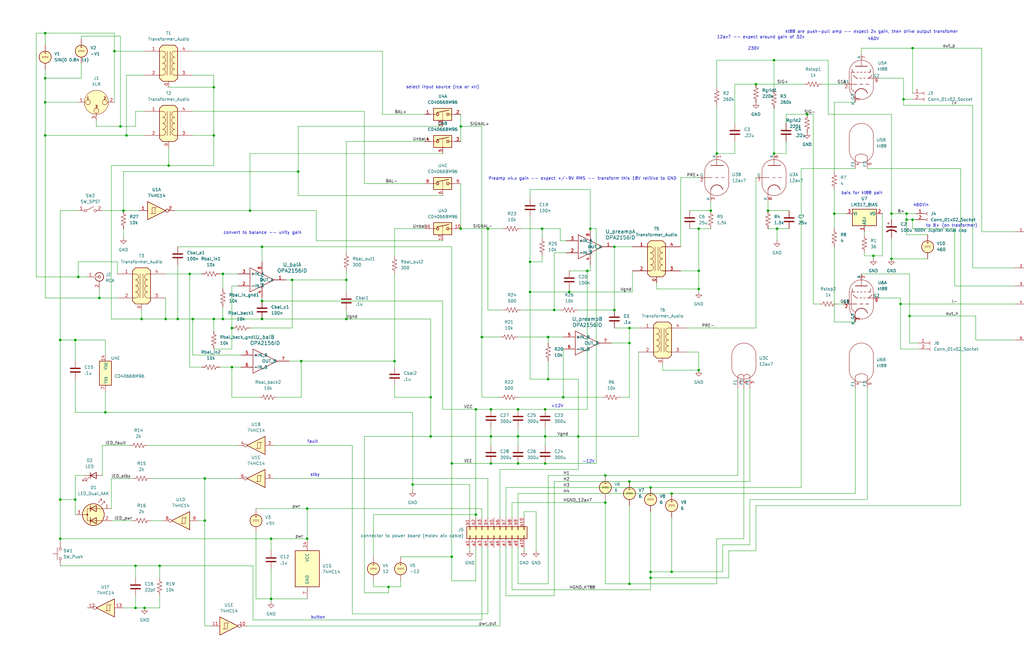
<source format=kicad_sch>
(kicad_sch (version 20250114) (generator "eeschema") (generator_version "9.0")
  (paper "B")
  (text "+12V" (at 234.95 171.45 0) (effects (font (size 1.27 1.27))))
  (text "select input source (rca or xlr)" (at 186.69 36.83 0) (effects (font (size 1.27 1.27))))
  (text "to B+ (on trasformer)" (at 401.32 95.25 0) (effects (font (size 1.27 1.27))))
  (text "12ax7 -- expect around gain of 32x" (at 320.802 15.748 0) (effects (font (size 1.27 1.27))))
  (text "-12V" (at 248.158 194.818 0) (effects (font (size 1.27 1.27))))
  (text "460Vin" (at 388.366 86.614 0) (effects (font (size 1.27 1.27))))
  (text "bais for kt88 pair" (at 363.474 81.534 0) (effects (font (size 1.27 1.27))))
  (text "convert to balance -- unity gain" (at 110.744 98.298 0) (effects (font (size 1.27 1.27))))
  (text "stby" (at 132.842 200.406 0) (effects (font (size 1.27 1.27))))
  (text "Preamp x4.x gain -- expect +/-9V RMS -- transform this 18V relitive to GND" (at 245.618 75.438 0) (effects (font (size 1.27 1.27))))
  (text "button" (at 134.112 260.604 0) (effects (font (size 1.27 1.27))))
  (text "460V" (at 368.3 16.51 0) (effects (font (size 1.27 1.27))))
  (text "fault" (at 131.826 186.436 0) (effects (font (size 1.27 1.27))))
  (text "230V" (at 317.754 20.574 0) (effects (font (size 1.27 1.27))))
  (text "kt88 are push-pull amp -- expect 2x gain, then drive output transfomer" (at 367.538 13.462 0) (effects (font (size 1.27 1.27))))
  (junction (at 190.5 195.58))
  (junction (at 93.98 115.57))
  (junction (at 327.66 96.52))
  (junction (at 259.08 130.81))
  (junction (at 59.69 134.62))
  (junction (at 382.27 90.17))
  (junction (at 53.34 57.15))
  (junction (at 125.73 72.39))
  (junction (at 19.05 57.15))
  (junction (at 265.43 203.2))
  (junction (at 97.79 154.94))
  (junction (at 93.98 134.62))
  (junction (at 123.19 118.11))
  (junction (at 318.77 35.56))
  (junction (at 375.92 109.22))
  (junction (at 25.4 227.33))
  (junction (at 207.01 172.72))
  (junction (at 223.52 123.19))
  (junction (at 194.31 96.52))
  (junction (at 231.14 142.24))
  (junction (at 60.96 256.54))
  (junction (at 105.41 88.9))
  (junction (at 19.05 33.02))
  (junction (at 381 41.91))
  (junction (at 340.36 48.26))
  (junction (at 25.4 143.51))
  (junction (at 237.49 167.64))
  (junction (at 247.65 114.3))
  (junction (at 31.75 143.51))
  (junction (at 294.64 96.52))
  (junction (at 50.8 53.34))
  (junction (at 146.05 118.11))
  (junction (at 255.27 200.66))
  (junction (at 110.49 104.14))
  (junction (at 146.05 134.62))
  (junction (at 31.75 210.82))
  (junction (at 25.4 210.82))
  (junction (at 323.85 88.9))
  (junction (at 69.85 134.62))
  (junction (at 190.5 234.95))
  (junction (at 294.64 114.3))
  (junction (at 19.05 43.18))
  (junction (at 326.39 64.77))
  (junction (at 274.32 205.74))
  (junction (at 181.61 167.64))
  (junction (at 90.17 36.83))
  (junction (at 274.32 243.84))
  (junction (at 375.92 90.17))
  (junction (at 163.83 247.65))
  (junction (at 265.43 246.38))
  (junction (at 231.14 160.02))
  (junction (at 302.26 64.77))
  (junction (at 129.54 227.33))
  (junction (at 248.92 96.52))
  (junction (at 255.27 212.09))
  (junction (at 243.84 184.15))
  (junction (at 240.03 123.19))
  (junction (at 294.64 156.21))
  (junction (at 205.74 96.52))
  (junction (at 207.01 184.15))
  (junction (at 114.3 252.73))
  (junction (at 229.87 195.58))
  (junction (at 384.81 92.71))
  (junction (at 299.72 88.9))
  (junction (at 283.21 241.3))
  (junction (at 48.26 21.59))
  (junction (at 229.87 172.72))
  (junction (at 218.44 195.58))
  (junction (at 466.09 143.51))
  (junction (at 57.15 256.54))
  (junction (at 71.12 69.85))
  (junction (at 218.44 172.72))
  (junction (at 351.79 90.17))
  (junction (at 200.66 172.72))
  (junction (at 233.68 130.81))
  (junction (at 166.37 152.4))
  (junction (at 294.64 121.92))
  (junction (at 223.52 110.49))
  (junction (at 52.07 88.9))
  (junction (at 173.99 204.47))
  (junction (at 110.49 127))
  (junction (at 81.28 134.62))
  (junction (at 207.01 195.58))
  (junction (at 228.6 96.52))
  (junction (at 44.45 173.99))
  (junction (at 382.27 92.71))
  (junction (at 129.54 214.63))
  (junction (at 86.36 201.93))
  (junction (at 265.43 138.43))
  (junction (at 229.87 184.15))
  (junction (at 200.66 217.17))
  (junction (at 283.21 208.28))
  (junction (at 74.93 134.62))
  (junction (at 90.17 134.62))
  (junction (at 265.43 144.78))
  (junction (at 57.15 238.76))
  (junction (at 19.05 13.97))
  (junction (at 127 152.4))
  (junction (at 259.08 104.14))
  (junction (at 110.49 134.62))
  (junction (at 181.61 184.15))
  (junction (at 41.91 125.73))
  (junction (at 379.73 128.27))
  (junction (at 368.3 107.95))
  (junction (at 203.2 142.24))
  (junction (at 90.17 57.15))
  (junction (at 218.44 184.15))
  (junction (at 86.36 219.71))
  (junction (at 326.39 25.4))
  (junction (at 384.81 20.32))
  (junction (at 274.32 241.3))
  (junction (at 114.3 227.33))
  (junction (at 80.01 115.57))
  (junction (at 67.31 238.76))
  (junction (at 194.31 53.34))
  (junction (at 383.54 133.35))
  (junction (at 97.79 138.43))
  (junction (at 33.02 116.84))
  (wire (pts (xy 19.05 57.15) (xy 19.05 125.73)))
  (wire (pts (xy 233.68 106.68) (xy 238.76 106.68)))
  (wire (pts (xy 405.13 213.36) (xy 318.77 213.36)))
  (wire (pts (xy 381 41.91) (xy 384.81 41.91)))
  (wire (pts (xy 220.98 218.44) (xy 220.98 215.9)))
  (wire (pts (xy 236.22 101.6) (xy 238.76 101.6)))
  (wire (pts (xy 90.17 31.75) (xy 90.17 36.83)))
  (wire (pts (xy 287.02 104.14) (xy 287.02 74.93)))
  (wire (pts (xy 414.02 20.32) (xy 384.81 20.32)))
  (wire (pts (xy 287.02 74.93) (xy 294.64 74.93)))
  (wire (pts (xy 86.36 201.93) (xy 100.33 201.93)))
  (wire (pts (xy 90.17 147.32) (xy 97.79 147.32)))
  (wire (pts (xy 203.2 261.62) (xy 106.68 261.62)))
  (wire (pts (xy 148.59 259.08) (xy 205.74 259.08)))
  (wire (pts (xy 81.28 21.59) (xy 161.29 21.59)))
  (wire (pts (xy 255.27 200.66) (xy 311.15 200.66)))
  (wire (pts (xy 363.22 20.32) (xy 384.81 20.32)))
  (wire (pts (xy 331.47 64.77) (xy 331.47 59.69)))
  (wire (pts (xy 220.98 215.9) (xy 226.06 215.9)))
  (wire (pts (xy 364.49 97.79) (xy 364.49 99.06)))
  (wire (pts (xy 58.42 88.9) (xy 52.07 88.9)))
  (wire (pts (xy 146.05 130.81) (xy 146.05 134.62)))
  (wire (pts (xy 93.98 115.57) (xy 100.33 115.57)))
  (wire (pts (xy 19.05 43.18) (xy 33.02 43.18)))
  (wire (pts (xy 173.99 173.99) (xy 173.99 204.47)))
  (wire (pts (xy 93.98 115.57) (xy 93.98 121.92)))
  (wire (pts (xy 375.92 109.22) (xy 391.16 109.22)))
  (wire (pts (xy 327.66 96.52) (xy 332.74 96.52)))
  (wire (pts (xy 97.79 120.65) (xy 100.33 120.65)))
  (wire (pts (xy 57.15 238.76) (xy 67.31 238.76)))
  (wire (pts (xy 71.12 69.85) (xy 90.17 69.85)))
  (wire (pts (xy 342.9 48.26) (xy 342.9 128.27)))
  (wire (pts (xy 363.22 115.57) (xy 383.54 115.57)))
  (wire (pts (xy 210.82 218.44) (xy 210.82 198.12)))
  (wire (pts (xy 466.09 143.51) (xy 466.09 149.86)))
  (wire (pts (xy 247.65 172.72) (xy 247.65 114.3)))
  (wire (pts (xy 210.82 167.64) (xy 203.2 167.64)))
  (wire (pts (xy 166.37 152.4) (xy 166.37 154.94)))
  (wire (pts (xy 370.84 125.73) (xy 379.73 125.73)))
  (wire (pts (xy 114.3 252.73) (xy 114.3 254)))
  (wire (pts (xy 31.75 143.51) (xy 44.45 143.51)))
  (wire (pts (xy 375.92 90.17) (xy 382.27 90.17)))
  (wire (pts (xy 146.05 59.69) (xy 179.07 59.69)))
  (wire (pts (xy 279.4 156.21) (xy 279.4 153.67)))
  (wire (pts (xy 337.82 71.12) (xy 360.68 71.12)))
  (wire (pts (xy 351.79 72.39) (xy 351.79 43.18)))
  (wire (pts (xy 411.48 143.51) (xy 411.48 133.35)))
  (wire (pts (xy 290.83 96.52) (xy 294.64 96.52)))
  (wire (pts (xy 59.69 134.62) (xy 59.69 130.81)))
  (wire (pts (xy 384.81 92.71) (xy 382.27 92.71)))
  (wire (pts (xy 19.05 57.15) (xy 53.34 57.15)))
  (wire (pts (xy 101.6 149.86) (xy 81.28 149.86)))
  (wire (pts (xy 247.65 114.3) (xy 248.92 114.3)))
  (wire (pts (xy 248.92 80.01) (xy 248.92 96.52)))
  (wire (pts (xy 153.67 46.99) (xy 153.67 77.47)))
  (wire (pts (xy 207.01 184.15) (xy 207.01 187.96)))
  (wire (pts (xy 81.28 31.75) (xy 90.17 31.75)))
  (wire (pts (xy 107.95 214.63) (xy 129.54 214.63)))
  (wire (pts (xy 88.9 264.16) (xy 86.36 264.16)))
  (wire (pts (xy 276.86 121.92) (xy 294.64 121.92)))
  (wire (pts (xy 236.22 96.52) (xy 228.6 96.52)))
  (wire (pts (xy 25.4 210.82) (xy 25.4 227.33)))
  (wire (pts (xy 236.22 101.6) (xy 236.22 96.52)))
  (wire (pts (xy 166.37 107.95) (xy 166.37 96.52)))
  (wire (pts (xy 25.4 238.76) (xy 57.15 238.76)))
  (wire (pts (xy 383.54 115.57) (xy 383.54 133.35)))
  (wire (pts (xy 231.14 152.4) (xy 231.14 160.02)))
  (wire (pts (xy 203.2 167.64) (xy 203.2 142.24)))
  (wire (pts (xy 218.44 184.15) (xy 229.87 184.15)))
  (wire (pts (xy 326.39 25.4) (xy 349.25 25.4)))
  (wire (pts (xy 53.34 31.75) (xy 53.34 57.15)))
  (wire (pts (xy 351.79 80.01) (xy 351.79 90.17)))
  (wire (pts (xy 274.32 241.3) (xy 274.32 243.84)))
  (wire (pts (xy 186.69 64.77) (xy 105.41 64.77)))
  (wire (pts (xy 289.56 138.43) (xy 318.77 138.43)))
  (wire (pts (xy 207.01 184.15) (xy 181.61 184.15)))
  (wire (pts (xy 194.31 48.26) (xy 194.31 53.34)))
  (wire (pts (xy 205.74 96.52) (xy 194.31 96.52)))
  (wire (pts (xy 327.66 96.52) (xy 327.66 101.6)))
  (wire (pts (xy 226.06 215.9) (xy 226.06 232.41)))
  (wire (pts (xy 231.14 160.02) (xy 243.84 160.02)))
  (wire (pts (xy 203.2 142.24) (xy 210.82 142.24)))
  (wire (pts (xy 213.36 251.46) (xy 233.68 251.46)))
  (wire (pts (xy 41.91 125.73) (xy 49.53 125.73)))
  (wire (pts (xy 274.32 241.3) (xy 283.21 241.3)))
  (wire (pts (xy 203.2 218.44) (xy 203.2 214.63)))
  (wire (pts (xy 92.71 154.94) (xy 97.79 154.94)))
  (wire (pts (xy 274.32 215.9) (xy 274.32 241.3)))
  (wire (pts (xy 218.44 246.38) (xy 231.14 246.38)))
  (wire (pts (xy 68.58 219.71) (xy 63.5 219.71)))
  (wire (pts (xy 69.85 134.62) (xy 59.69 134.62)))
  (wire (pts (xy 203.2 53.34) (xy 203.2 142.24)))
  (wire (pts (xy 52.07 256.54) (xy 57.15 256.54)))
  (wire (pts (xy 36.83 116.84) (xy 33.02 116.84)))
  (wire (pts (xy 384.81 20.32) (xy 384.81 39.37)))
  (wire (pts (xy 114.3 240.03) (xy 114.3 252.73)))
  (wire (pts (xy 203.2 231.14) (xy 203.2 261.62)))
  (wire (pts (xy 223.52 110.49) (xy 228.6 110.49)))
  (wire (pts (xy 31.75 173.99) (xy 44.45 173.99)))
  (wire (pts (xy 346.71 35.56) (xy 355.6 35.56)))
  (wire (pts (xy 405.13 71.12) (xy 365.76 71.12)))
  (wire (pts (xy 353.06 128.27) (xy 355.6 128.27)))
  (wire (pts (xy 34.29 26.67) (xy 34.29 33.02)))
  (wire (pts (xy 52.07 100.33) (xy 52.07 96.52)))
  (wire (pts (xy 331.47 48.26) (xy 340.36 48.26)))
  (wire (pts (xy 231.14 142.24) (xy 237.49 142.24)))
  (wire (pts (xy 33.02 116.84) (xy 15.24 116.84)))
  (wire (pts (xy 229.87 184.15) (xy 229.87 187.96)))
  (wire (pts (xy 294.64 148.59) (xy 294.64 156.21)))
  (wire (pts (xy 210.82 198.12) (xy 243.84 198.12)))
  (wire (pts (xy 466.09 121.92) (xy 448.31 121.92)))
  (wire (pts (xy 375.92 90.17) (xy 375.92 48.26)))
  (wire (pts (xy 49.53 110.49) (xy 49.53 115.57)))
  (wire (pts (xy 123.19 118.11) (xy 146.05 118.11)))
  (wire (pts (xy 166.37 162.56) (xy 166.37 167.64)))
  (wire (pts (xy 261.62 167.64) (xy 265.43 167.64)))
  (wire (pts (xy 31.75 143.51) (xy 31.75 152.4)))
  (wire (pts (xy 80.01 154.94) (xy 80.01 115.57)))
  (wire (pts (xy 414.02 97.79) (xy 414.02 20.32)))
  (wire (pts (xy 283.21 241.3) (xy 304.8 241.3)))
  (wire (pts (xy 190.5 195.58) (xy 190.5 234.95)))
  (wire (pts (xy 218.44 208.28) (xy 218.44 218.44)))
  (wire (pts (xy 274.32 243.84) (xy 307.34 243.84)))
  (wire (pts (xy 153.67 184.15) (xy 181.61 184.15)))
  (wire (pts (xy 316.23 229.87) (xy 304.8 229.87)))
  (wire (pts (xy 340.36 48.26) (xy 342.9 48.26)))
  (wire (pts (xy 55.88 219.71) (xy 46.99 219.71)))
  (wire (pts (xy 86.36 219.71) (xy 86.36 264.16)))
  (wire (pts (xy 302.26 44.45) (xy 302.26 64.77)))
  (wire (pts (xy 133.35 88.9) (xy 105.41 88.9)))
  (wire (pts (xy 93.98 129.54) (xy 93.98 134.62)))
  (wire (pts (xy 127 167.64) (xy 127 152.4)))
  (wire (pts (xy 299.72 85.09) (xy 299.72 88.9)))
  (wire (pts (xy 274.32 248.92) (xy 274.32 243.84)))
  (wire (pts (xy 198.12 231.14) (xy 198.12 232.41)))
  (wire (pts (xy 383.54 133.35) (xy 383.54 144.78)))
  (wire (pts (xy 19.05 13.97) (xy 48.26 13.97)))
  (wire (pts (xy 379.73 128.27) (xy 427.99 128.27)))
  (wire (pts (xy 368.3 109.22) (xy 368.3 107.95)))
  (wire (pts (xy 231.14 200.66) (xy 255.27 200.66)))
  (wire (pts (xy 372.11 107.95) (xy 372.11 90.17)))
  (wire (pts (xy 381 33.02) (xy 381 41.91)))
  (wire (pts (xy 379.73 128.27) (xy 379.73 147.32)))
  (wire (pts (xy 360.68 135.89) (xy 351.79 135.89)))
  (wire (pts (xy 233.68 106.68) (xy 233.68 130.81)))
  (wire (pts (xy 97.79 167.64) (xy 97.79 154.94)))
  (wire (pts (xy 427.99 97.79) (xy 414.02 97.79)))
  (wire (pts (xy 25.4 227.33) (xy 25.4 228.6)))
  (wire (pts (xy 370.84 33.02) (xy 381 33.02)))
  (wire (pts (xy 265.43 144.78) (xy 257.81 144.78)))
  (wire (pts (xy 215.9 248.92) (xy 274.32 248.92)))
  (wire (pts (xy 120.65 118.11) (xy 123.19 118.11)))
  (wire (pts (xy 207.01 184.15) (xy 218.44 184.15)))
  (wire (pts (xy 266.7 123.19) (xy 240.03 123.19)))
  (wire (pts (xy 43.18 187.96) (xy 54.61 187.96)))
  (wire (pts (xy 81.28 134.62) (xy 90.17 134.62)))
  (wire (pts (xy 379.73 147.32) (xy 387.35 147.32)))
  (wire (pts (xy 81.28 46.99) (xy 153.67 46.99)))
  (wire (pts (xy 360.68 208.28) (xy 360.68 163.83)))
  (wire (pts (xy 114.3 227.33) (xy 129.54 227.33)))
  (wire (pts (xy 448.31 121.92) (xy 448.31 113.03)))
  (wire (pts (xy 186.69 53.34) (xy 125.73 53.34)))
  (wire (pts (xy 427.99 120.65) (xy 402.59 120.65)))
  (wire (pts (xy 365.76 163.83) (xy 365.76 210.82)))
  (wire (pts (xy 265.43 213.36) (xy 265.43 246.38)))
  (wire (pts (xy 31.75 160.02) (xy 31.75 173.99)))
  (wire (pts (xy 237.49 147.32) (xy 237.49 167.64)))
  (wire (pts (xy 309.88 52.07) (xy 309.88 35.56)))
  (wire (pts (xy 326.39 64.77) (xy 331.47 64.77)))
  (wire (pts (xy 381 44.45) (xy 410.21 44.45)))
  (wire (pts (xy 276.86 119.38) (xy 276.86 121.92)))
  (wire (pts (xy 163.83 250.19) (xy 153.67 250.19)))
  (wire (pts (xy 194.31 77.47) (xy 194.31 96.52)))
  (wire (pts (xy 383.54 144.78) (xy 387.35 144.78)))
  (wire (pts (xy 69.85 115.57) (xy 80.01 115.57)))
  (wire (pts (xy 114.3 252.73) (xy 129.54 252.73)))
  (wire (pts (xy 44.45 143.51) (xy 44.45 149.86)))
  (wire (pts (xy 218.44 167.64) (xy 237.49 167.64)))
  (wire (pts (xy 40.64 53.34) (xy 50.8 53.34)))
  (wire (pts (xy 80.01 115.57) (xy 85.09 115.57)))
  (wire (pts (xy 213.36 231.14) (xy 213.36 251.46)))
  (wire (pts (xy 15.24 13.97) (xy 19.05 13.97)))
  (wire (pts (xy 302.26 64.77) (xy 309.88 64.77)))
  (wire (pts (xy 363.22 22.86) (xy 363.22 20.32)))
  (wire (pts (xy 74.93 111.76) (xy 74.93 134.62)))
  (wire (pts (xy 237.49 167.64) (xy 254 167.64)))
  (wire (pts (xy 83.82 219.71) (xy 86.36 219.71)))
  (wire (pts (xy 200.66 217.17) (xy 200.66 218.44)))
  (wire (pts (xy 410.21 113.03) (xy 410.21 44.45)))
  (wire (pts (xy 67.31 238.76) (xy 67.31 243.84)))
  (wire (pts (xy 107.95 252.73) (xy 114.3 252.73)))
  (wire (pts (xy 318.77 213.36) (xy 318.77 232.41)))
  (wire (pts (xy 148.59 259.08) (xy 148.59 187.96)))
  (wire (pts (xy 323.85 85.09) (xy 323.85 88.9)))
  (wire (pts (xy 57.15 256.54) (xy 60.96 256.54)))
  (wire (pts (xy 194.31 53.34) (xy 203.2 53.34)))
  (wire (pts (xy 231.14 160.02) (xy 223.52 160.02)))
  (wire (pts (xy 207.01 195.58) (xy 218.44 195.58)))
  (wire (pts (xy 205.74 231.14) (xy 205.74 259.08)))
  (wire (pts (xy 90.17 57.15) (xy 90.17 69.85)))
  (wire (pts (xy 33.02 88.9) (xy 25.4 88.9)))
  (wire (pts (xy 105.41 64.77) (xy 105.41 88.9)))
  (wire (pts (xy 25.4 88.9) (xy 25.4 143.51)))
  (wire (pts (xy 163.83 247.65) (xy 168.91 247.65)))
  (wire (pts (xy 205.74 130.81) (xy 212.09 130.81)))
  (wire (pts (xy 218.44 172.72) (xy 207.01 172.72)))
  (wire (pts (xy 269.24 184.15) (xy 269.24 148.59)))
  (wire (pts (xy 307.34 232.41) (xy 307.34 243.84)))
  (wire (pts (xy 223.52 110.49) (xy 223.52 123.19)))
  (wire (pts (xy 294.64 156.21) (xy 279.4 156.21)))
  (wire (pts (xy 248.92 111.76) (xy 248.92 114.3)))
  (wire (pts (xy 161.29 21.59) (xy 161.29 48.26)))
  (wire (pts (xy 67.31 251.46) (xy 67.31 256.54)))
  (wire (pts (xy 74.93 134.62) (xy 81.28 134.62)))
  (wire (pts (xy 402.59 96.52) (xy 384.81 96.52)))
  (wire (pts (xy 364.49 106.68) (xy 364.49 107.95)))
  (wire (pts (xy 243.84 184.15) (xy 269.24 184.15)))
  (wire (pts (xy 311.15 200.66) (xy 311.15 163.83)))
  (wire (pts (xy 302.26 25.4) (xy 326.39 25.4)))
  (wire (pts (xy 73.66 88.9) (xy 105.41 88.9)))
  (wire (pts (xy 19.05 57.15) (xy 19.05 43.18)))
  (wire (pts (xy 57.15 251.46) (xy 57.15 256.54)))
  (wire (pts (xy 46.99 134.62) (xy 46.99 69.85)))
  (wire (pts (xy 33.02 110.49) (xy 49.53 110.49)))
  (wire (pts (xy 266.7 114.3) (xy 266.7 123.19)))
  (wire (pts (xy 207.01 172.72) (xy 200.66 172.72)))
  (wire (pts (xy 218.44 208.28) (xy 283.21 208.28)))
  (wire (pts (xy 219.71 130.81) (xy 233.68 130.81)))
  (wire (pts (xy 316.23 203.2) (xy 316.23 163.83)))
  (wire (pts (xy 265.43 144.78) (xy 265.43 167.64)))
  (wire (pts (xy 255.27 210.82) (xy 255.27 212.09)))
  (wire (pts (xy 146.05 123.19) (xy 146.05 118.11)))
  (wire (pts (xy 110.49 127) (xy 110.49 125.73)))
  (wire (pts (xy 269.24 138.43) (xy 265.43 138.43)))
  (wire (pts (xy 200.66 231.14) (xy 200.66 245.11)))
  (wire (pts (xy 251.46 195.58) (xy 251.46 96.52)))
  (wire (pts (xy 313.69 227.33) (xy 302.26 227.33)))
  (wire (pts (xy 93.98 134.62) (xy 110.49 134.62)))
  (wire (pts (xy 215.9 212.09) (xy 255.27 212.09)))
  (wire (pts (xy 240.03 123.19) (xy 223.52 123.19)))
  (wire (pts (xy 161.29 48.26) (xy 179.07 48.26)))
  (wire (pts (xy 375.92 48.26) (xy 349.25 48.26)))
  (wire (pts (xy 110.49 104.14) (xy 190.5 104.14)))
  (wire (pts (xy 129.54 214.63) (xy 203.2 214.63)))
  (wire (pts (xy 304.8 229.87) (xy 304.8 241.3)))
  (wire (pts (xy 43.18 88.9) (xy 52.07 88.9)))
  (wire (pts (xy 200.66 172.72) (xy 200.66 217.17)))
  (wire (pts (xy 59.69 134.62) (xy 46.99 134.62)))
  (wire (pts (xy 86.36 201.93) (xy 86.36 219.71)))
  (wire (pts (xy 46.99 69.85) (xy 71.12 69.85)))
  (wire (pts (xy 186.69 172.72) (xy 200.66 172.72)))
  (wire (pts (xy 116.84 167.64) (xy 127 167.64)))
  (wire (pts (xy 74.93 104.14) (xy 110.49 104.14)))
  (wire (pts (xy 368.3 107.95) (xy 364.49 107.95)))
  (wire (pts (xy 368.3 107.95) (xy 372.11 107.95)))
  (wire (pts (xy 316.23 210.82) (xy 316.23 229.87)))
  (wire (pts (xy 57.15 238.76) (xy 57.15 243.84)))
  (wire (pts (xy 351.79 104.14) (xy 351.79 135.89)))
  (wire (pts (xy 283.21 208.28) (xy 360.68 208.28)))
  (wire (pts (xy 265.43 138.43) (xy 265.43 144.78)))
  (wire (pts (xy 157.48 245.11) (xy 157.48 247.65)))
  (wire (pts (xy 109.22 167.64) (xy 97.79 167.64)))
  (wire (pts (xy 34.29 15.24) (xy 50.8 15.24)))
  (wire (pts (xy 218.44 180.34) (xy 218.44 184.15)))
  (wire (pts (xy 194.31 53.34) (xy 194.31 59.69)))
  (wire (pts (xy 218.44 184.15) (xy 218.44 187.96)))
  (wire (pts (xy 309.88 35.56) (xy 318.77 35.56)))
  (wire (pts (xy 265.43 246.38) (xy 302.26 246.38)))
  (wire (pts (xy 50.8 53.34) (xy 57.15 53.34)))
  (wire (pts (xy 326.39 25.4) (xy 326.39 38.1)))
  (wire (pts (xy 33.02 116.84) (xy 33.02 110.49)))
  (wire (pts (xy 104.14 264.16) (xy 210.82 264.16)))
  (wire (pts (xy 57.15 53.34) (xy 57.15 46.99)))
  (wire (pts (xy 218.44 231.14) (xy 218.44 246.38)))
  (wire (pts (xy 97.79 154.94) (xy 101.6 154.94)))
  (wire (pts (xy 62.23 187.96) (xy 100.33 187.96)))
  (wire (pts (xy 213.36 205.74) (xy 274.32 205.74)))
  (wire (pts (xy 146.05 59.69) (xy 146.05 106.68)))
  (wire (pts (xy 57.15 46.99) (xy 60.96 46.99)))
  (wire (pts (xy 157.48 247.65) (xy 163.83 247.65)))
  (wire (pts (xy 233.68 203.2) (xy 265.43 203.2)))
  (wire (pts (xy 31.75 200.66) (xy 31.75 210.82)))
  (wire (pts (xy 105.41 138.43) (xy 123.19 138.43)))
  (wire (pts (xy 382.27 90.17) (xy 386.08 90.17)))
  (wire (pts (xy 44.45 165.1) (xy 44.45 173.99)))
  (wire (pts (xy 52.07 72.39) (xy 125.73 72.39)))
  (wire (pts (xy 231.14 142.24) (xy 231.14 144.78)))
  (wire (pts (xy 220.98 232.41) (xy 220.98 231.14)))
  (wire (pts (xy 218.44 142.24) (xy 231.14 142.24)))
  (wire (pts (xy 107.95 224.79) (xy 107.95 252.73)))
  (wire (pts (xy 125.73 72.39) (xy 125.73 82.55)))
  (wire (pts (xy 318.77 232.41) (xy 307.34 232.41)))
  (wire (pts (xy 48.26 43.18) (xy 48.26 21.59)))
  (wire (pts (xy 337.82 205.74) (xy 337.82 71.12)))
  (wire (pts (xy 323.85 88.9) (xy 332.74 88.9)))
  (wire (pts (xy 365.76 210.82) (xy 316.23 210.82)))
  (wire (pts (xy 205.74 96.52) (xy 205.74 130.81)))
  (wire (pts (xy 240.03 121.92) (xy 240.03 123.19)))
  (wire (pts (xy 386.08 92.71) (xy 384.81 92.71)))
  (wire (pts (xy 15.24 116.84) (xy 15.24 13.97)))
  (wire (pts (xy 63.5 201.93) (xy 86.36 201.93)))
  (wire (pts (xy 71.12 69.85) (xy 71.12 62.23)))
  (wire (pts (xy 48.26 13.97) (xy 48.26 21.59)))
  (wire (pts (xy 207.01 180.34) (xy 207.01 184.15)))
  (wire (pts (xy 157.48 234.95) (xy 157.48 217.17)))
  (wire (pts (xy 173.99 204.47) (xy 198.12 204.47)))
  (wire (pts (xy 123.19 138.43) (xy 123.19 118.11)))
  (wire (pts (xy 349.25 48.26) (xy 349.25 25.4)))
  (wire (pts (xy 69.85 125.73) (xy 69.85 134.62)))
  (wire (pts (xy 110.49 134.62) (xy 146.05 134.62)))
  (wire (pts (xy 181.61 167.64) (xy 181.61 134.62)))
  (wire (pts (xy 200.66 245.11) (xy 190.5 245.11)))
  (wire (pts (xy 229.87 195.58) (xy 251.46 195.58)))
  (wire (pts (xy 19.05 125.73) (xy 41.91 125.73)))
  (wire (pts (xy 90.17 134.62) (xy 93.98 134.62)))
  (wire (pts (xy 181.61 184.15) (xy 181.61 167.64)))
  (wire (pts (xy 34.29 33.02) (xy 19.05 33.02)))
  (wire (pts (xy 313.69 163.83) (xy 313.69 227.33)))
  (wire (pts (xy 173.99 204.47) (xy 173.99 207.01)))
  (wire (pts (xy 294.64 121.92) (xy 294.64 123.19)))
  (wire (pts (xy 274.32 205.74) (xy 337.82 205.74)))
  (wire (pts (xy 243.84 160.02) (xy 243.84 184.15)))
  (wire (pts (xy 255.27 212.09) (xy 255.27 246.38)))
  (wire (pts (xy 146.05 114.3) (xy 146.05 118.11)))
  (wire (pts (xy 92.71 115.57) (xy 93.98 115.57)))
  (wire (pts (xy 90.17 36.83) (xy 90.17 57.15)))
  (wire (pts (xy 198.12 204.47) (xy 198.12 218.44)))
  (wire (pts (xy 287.02 114.3) (xy 294.64 114.3)))
  (wire (pts (xy 356.87 90.17) (xy 351.79 90.17)))
  (wire (pts (xy 186.69 127) (xy 186.69 172.72)))
  (wire (pts (xy 294.64 114.3) (xy 294.64 121.92)))
  (wire (pts (xy 283.21 218.44) (xy 283.21 241.3)))
  (wire (pts (xy 309.88 64.77) (xy 309.88 59.69)))
  (wire (pts (xy 213.36 218.44) (xy 213.36 205.74)))
  (wire (pts (xy 19.05 33.02) (xy 19.05 43.18)))
  (wire (pts (xy 53.34 57.15) (xy 60.96 57.15)))
  (wire (pts (xy 215.9 231.14) (xy 215.9 248.92)))
  (wire (pts (xy 375.92 92.71) (xy 375.92 90.17)))
  (wire (pts (xy 106.68 238.76) (xy 67.31 238.76)))
  (wire (pts (xy 243.84 184.15) (xy 229.87 184.15)))
  (wire (pts (xy 351.79 90.17) (xy 351.79 96.52)))
  (wire (pts (xy 290.83 88.9) (xy 299.72 88.9)))
  (wire (pts (xy 153.67 77.47) (xy 179.07 77.47)))
  (wire (pts (xy 115.57 187.96) (xy 148.59 187.96)))
  (wire (pts (xy 212.09 96.52) (xy 205.74 96.52)))
  (wire (pts (xy 240.03 114.3) (xy 247.65 114.3)))
  (wire (pts (xy 46.99 214.63) (xy 46.99 201.93)))
  (wire (pts (xy 228.6 96.52) (xy 228.6 100.33)))
  (wire (pts (xy 69.85 134.62) (xy 74.93 134.62)))
  (wire (pts (xy 289.56 148.59) (xy 294.64 148.59)))
  (wire (pts (xy 41.91 121.92) (xy 41.91 125.73)))
  (wire (pts (xy 115.57 201.93) (xy 205.74 201.93)))
  (wire (pts (xy 223.52 91.44) (xy 223.52 110.49)))
  (wire (pts (xy 35.56 200.66) (xy 31.75 200.66)))
  (wire (pts (xy 223.52 160.02) (xy 223.52 123.19)))
  (wire (pts (xy 129.54 214.63) (xy 129.54 227.33)))
  (wire (pts (xy 228.6 107.95) (xy 228.6 110.49)))
  (wire (pts (xy 67.31 256.54) (xy 60.96 256.54)))
  (wire (pts (xy 411.48 133.35) (xy 383.54 133.35)))
  (wire (pts (xy 233.68 251.46) (xy 233.68 203.2)))
  (wire (pts (xy 229.87 195.58) (xy 218.44 195.58)))
  (wire (pts (xy 229.87 180.34) (xy 229.87 184.15)))
  (wire (pts (xy 50.8 15.24) (xy 50.8 53.34)))
  (wire (pts (xy 391.16 99.06) (xy 382.27 99.06)))
  (wire (pts (xy 302.26 36.83) (xy 302.26 25.4)))
  (wire (pts (xy 190.5 195.58) (xy 207.01 195.58)))
  (wire (pts (xy 25.4 143.51) (xy 31.75 143.51)))
  (wire (pts (xy 127 152.4) (xy 166.37 152.4)))
  (wire (pts (xy 52.07 72.39) (xy 52.07 88.9)))
  (wire (pts (xy 44.45 173.99) (xy 173.99 173.99)))
  (wire (pts (xy 166.37 167.64) (xy 181.61 167.64)))
  (wire (pts (xy 205.74 201.93) (xy 205.74 218.44)))
  (wire (pts (xy 229.87 172.72) (xy 218.44 172.72)))
  (wire (pts (xy 110.49 127) (xy 186.69 127)))
  (wire (pts (xy 382.27 99.06) (xy 382.27 92.71)))
  (wire (pts (xy 168.91 247.65) (xy 168.91 245.11)))
  (wire (pts (xy 223.52 80.01) (xy 223.52 83.82)))
  (wire (pts (xy 326.39 45.72) (xy 326.39 64.77)))
  (wire (pts (xy 265.43 203.2) (xy 316.23 203.2)))
  (wire (pts (xy 97.79 147.32) (xy 97.79 138.43)))
  (wire (pts (xy 186.69 82.55) (xy 125.73 82.55)))
  (wire (pts (xy 342.9 128.27) (xy 345.44 128.27)))
  (wire (pts (xy 243.84 130.81) (xy 259.08 130.81)))
  (wire (pts (xy 19.05 29.21) (xy 19.05 33.02)))
  (wire (pts (xy 190.5 234.95) (xy 190.5 245.11)))
  (wire (pts (xy 34.29 16.51) (xy 34.29 15.24)))
  (wire (pts (xy 318.77 35.56) (xy 339.09 35.56)))
  (wire (pts (xy 255.27 246.38) (xy 265.43 246.38)))
  (wire (pts (xy 114.3 232.41) (xy 114.3 227.33)))
  (wire (pts (xy 25.4 210.82) (xy 31.75 210.82)))
  (wire (pts (xy 351.79 43.18) (xy 360.68 43.18)))
  (wire (pts (xy 25.4 143.51) (xy 25.4 210.82)))
  (wire (pts (xy 215.9 218.44) (xy 215.9 212.09)))
  (wire (pts (xy 186.69 101.6) (xy 133.35 101.6)))
  (wire (pts (xy 19.05 19.05) (xy 19.05 13.97)))
  (wire (pts (xy 106.68 261.62) (xy 106.68 238.76)))
  (wire (pts (xy 121.92 152.4) (xy 127 152.4)))
  (wire (pts (xy 210.82 264.16) (xy 210.82 231.14)))
  (wire (pts (xy 146.05 134.62) (xy 181.61 134.62)))
  (wire (pts (xy 318.77 138.43) (xy 318.77 74.93)))
  (wire (pts (xy 384.81 92.71) (xy 384.81 96.52)))
  (wire (pts (xy 379.73 125.73) (xy 379.73 128.27)))
  (wire (pts (xy 233.68 130.81) (xy 236.22 130.81)))
  (wire (pts (xy 43.18 200.66) (xy 43.18 187.96)))
  (wire (pts (xy 25.4 227.33) (xy 114.3 227.33)))
  (wire (pts (xy 157.48 217.17) (xy 200.66 217.17)))
  (wire (pts (xy 382.27 90.17) (xy 382.27 92.71)))
  (wire (pts (xy 302.26 227.33) (xy 302.26 246.38)))
  (wire (pts (xy 259.08 104.14) (xy 266.7 104.14)))
  (wire (pts (xy 229.87 172.72) (xy 247.65 172.72)))
  (wire (pts (xy 248.92 80.01) (xy 223.52 80.01)))
  (wire (pts (xy 168.91 234.95) (xy 190.5 234.95)))
  (wire (pts (xy 219.71 96.52) (xy 228.6 96.52)))
  (wire (pts (xy 466.09 124.46) (xy 466.09 143.51)))
  (wire (pts (xy 166.37 96.52) (xy 179.07 96.52)))
  (wire (pts (xy 294.64 96.52) (xy 294.64 114.3)))
  (wire (pts (xy 90.17 57.15) (xy 81.28 57.15)))
  (wire (pts (xy 405.13 71.12) (xy 405.13 213.36)))
  (wire (pts (xy 259.08 138.43) (xy 265.43 138.43)))
  (wire (pts (xy 125.73 53.34) (xy 125.73 72.39)))
  (wire (pts (xy 427.99 113.03) (xy 410.21 113.03)))
  (wire (pts (xy 243.84 198.12) (xy 243.84 184.15)))
  (wire (pts (xy 381 41.91) (xy 381 44.45)))
  (wire (pts (xy 90.17 134.62) (xy 90.17 139.7)))
  (wire (pts (xy 448.31 143.51) (xy 466.09 143.51)))
  (wire (pts (xy 190.5 104.14) (xy 190.5 195.58)))
  (wire (pts (xy 331.47 52.07) (xy 331.47 48.26)))
  (wire (pts (xy 133.35 101.6) (xy 133.35 88.9)))
  (wire (pts (xy 231.14 200.66) (xy 231.14 246.38)))
  (wire (pts (xy 110.49 104.14) (xy 110.49 110.49)))
  (wire (pts (xy 166.37 152.4) (xy 166.37 115.57)))
  (wire (pts (xy 248.92 96.52) (xy 248.92 97.79)))
  (wire (pts (xy 163.83 247.65) (xy 163.83 250.19)))
  (wire (pts (xy 323.85 96.52) (xy 327.66 96.52)))
  (wire (pts (xy 427.99 143.51) (xy 411.48 143.51)))
  (wire (pts (xy 85.09 154.94) (xy 80.01 154.94)))
  (wire (pts (xy 60.96 31.75) (xy 53.34 31.75)))
  (wire (pts (xy 375.92 100.33) (xy 375.92 109.22)))
  (wire (pts (xy 402.59 120.65) (xy 402.59 96.52)))
  (wire (pts (xy 153.67 250.19) (xy 153.67 184.15)))
  (wire (pts (xy 81.28 149.86) (xy 81.28 134.62)))
  (wire (pts (xy 40.64 50.8) (xy 40.64 53.34)))
  (wire (pts (xy 31.75 210.82) (xy 31.75 217.17)))
  (wire (pts (xy 251.46 96.52) (xy 248.92 96.52)))
  (wire (pts (xy 48.26 21.59) (xy 60.96 21.59)))
  (wire (pts (xy 259.08 104.14) (xy 259.08 130.81)))
  (wire (pts (xy 46.99 201.93) (xy 55.88 201.93)))
  (wire (pts (xy 97.79 138.43) (xy 97.79 120.65)))
  (wire (pts (xy 294.64 96.52) (xy 299.72 96.52)))
  (wire (pts (xy 71.12 36.83) (xy 90.17 36.83)))
  (label "B+" (at 378.46 90.17 0))
  (label "BAL-" (at 162.56 77.47 0))
  (label "Spk-" (at 455.93 143.51 0))
  (label "G1B" (at 354.33 128.27 0))
  (label "pwr" (at 124.46 227.33 0))
  (label "VCC" (at 195.58 172.72 0))
  (label "out_n" (at 398.78 133.35 0))
  (label "H2" (at 237.49 203.2 0))
  (label "G1A" (at 353.06 35.56 0))
  (label "Spk+" (at 453.39 121.92 0))
  (label "H4" (at 237.49 208.28 0))
  (label "BAL+" (at 166.37 48.26 0))
  (label "SIG-" (at 339.09 48.26 0))
  (label "Vgnd" (at 146.05 134.62 0))
  (label "SIGNAL-" (at 199.39 96.52 0))
  (label "Vgnd" (at 234.95 184.15 0))
  (label "out_p" (at 397.51 20.32 0))
  (label "lED_fault" (at 44.45 187.96 0))
  (label "Unbal+" (at 173.99 59.69 0))
  (label "Vgnd" (at 261.62 123.19 0))
  (label "PRE+" (at 289.56 74.93 0))
  (label "lED_pwr" (at 48.26 219.71 0))
  (label "l-" (at 401.32 128.27 0))
  (label "H3" (at 237.49 205.74 0))
  (label "HGND_KT88" (at 240.03 248.92 0))
  (label "PRE-" (at 295.91 138.43 0))
  (label "SIG+" (at 327.66 35.56 0))
  (label "l+" (at 401.32 44.45 0))
  (label "HGND_12ax7" (at 237.49 212.09 0))
  (label "VEE" (at 195.58 195.58 0))
  (label "lED_stby" (at 46.99 201.93 0))
  (label "pwr_out" (at 201.93 264.16 0))
  (label "Unbal-" (at 173.99 96.52 0))
  (label "pwr" (at 123.19 214.63 0))
  (label "H1" (at 237.49 200.66 0))
  (label "SIGNAL+" (at 198.12 53.34 0))
  (symbol (lib_id "Device:C") (at 218.44 191.77 0) (unit 1)
    (property "Reference" "C26" (at 222.25 190.4999 0) (effects (justify left)))
    (property "Value" "300u" (at 222.25 193.0399 0) (effects (justify left)))
    (property "Description" "Unpolarized capacitor" (effects (hide yes)))
  )
  (symbol (lib_id "Device:R_US") (at 88.9 154.94 90) (unit 1)
    (property "Reference" "Rbal_in2" (at 88.9 148.59 90))
    (property "Value" "10k" (at 88.9 151.13 90))
    (property "Description" "Resistor, US symbol" (effects (hide yes)))
  )
  (symbol (lib_id "power:GND") (at 375.92 109.22 0) (unit 1)
    (property "Reference" "#PWR04" (effects (hide yes)))
    (property "Value" "GND" (at 375.92 114.3 0))
    (property "Description" "Power symbol creates a global label with name \"GND\" , ground" (effects (hide yes)))
  )
  (symbol (lib_id "Device:R_US") (at 351.79 76.2 0) (unit 1)
    (property "Reference" "R7" (at 354.33 74.9299 0) (effects (justify left)))
    (property "Value" "4" (at 354.33 77.4699 0) (effects (justify left)))
    (property "Description" "Resistor, US symbol" (effects (hide yes)))
  )
  (symbol (lib_id "Device:Transformer_Audio") (at 279.4 143.51 0) (unit 1)
    (property "Reference" "T6" (at 279.4 130.81 0))
    (property "Value" "Transformer_Audio" (at 279.4 133.35 0))
    (property "Description" "Audio transformer" (effects (hide yes)))
    (property "Sim.Library" "spice/spice.lib" (effects (hide yes)))
    (property "Sim.Name" "XFMR" (effects (hide yes)))
    (property "Sim.Device" "SUBCKT" (effects (hide yes)))
    (property "Sim.Pins" "1=0 2=1 3=2 4=3" (effects (hide yes)))
  )
  (symbol (lib_id "2025-05-06_05-23-08:OPA2156ID") (at 100.33 115.57 0) (unit 1)
    (property "Reference" "U_bal" (at 123.19 111.6898 0) (effects (font (size 1.524 1.524))))
    (property "Value" "OPA2156ID" (at 123.19 114.2298 0) (effects (font (size 1.524 1.524))))
    (property "Footprint" "D0008A-IPC_A" (effects (hide yes)))
    (property "Datasheet" "OPA2156ID" (effects (hide yes)))
    (property "Sim.Library" "spice/spice.lib" (effects (hide yes)))
    (property "Sim.Name" "OPAMP_DIP8" (effects (hide yes)))
    (property "Sim.Device" "SUBCKT" (effects (hide yes)))
    (property "Sim.Pins" "1=1 2=2 3=3 4=4 5=5 6=6 7=7 8=8" (effects (hide yes)))
  )
  (symbol (lib_id "Simulation_SPICE:VDC") (at 168.91 240.03 0) (unit 1) (in_bom no) (on_board no)
    (property "Reference" "V5" (at 172.72 238.6301 0) (effects (justify left)))
    (property "Value" "-12" (at 172.72 241.1701 0) (effects (justify left)))
    (property "Datasheet" "https://ngspice.sourceforge.io/docs/ngspice-html-manual/manual.xhtml#sec_Independent_Sources_for" (effects (hide yes)))
    (property "Description" "Voltage source, DC" (effects (hide yes)))
    (property "Sim.Pins" "1=+ 2=-" (effects (hide yes)))
    (property "Sim.Type" "DC" (effects (hide yes)))
    (property "Sim.Device" "V" (effects (hide yes)))
  )
  (symbol (lib_id "Device:R_US") (at 59.69 201.93 90) (unit 1)
    (property "Reference" "R15" (at 59.69 195.58 90))
    (property "Value" "2k" (at 59.69 198.12 90))
    (property "Description" "Resistor, US symbol" (effects (hide yes)))
  )
  (symbol (lib_id "Device:R_US") (at 231.14 148.59 0) (unit 1)
    (property "Reference" "R20" (at 233.68 147.3199 0) (effects (justify left)))
    (property "Value" "10k" (at 233.68 149.8599 0) (effects (justify left)))
    (property "Description" "Resistor, US symbol" (effects (hide yes)))
  )
  (symbol (lib_id "Simulation_SPICE:VDC") (at 391.16 104.14 0) (unit 1) (in_bom no) (on_board no)
    (property "Reference" "V10" (at 394.97 102.7401 0) (effects (justify left)))
    (property "Value" "460" (at 394.97 105.2801 0) (effects (justify left)))
    (property "Datasheet" "https://ngspice.sourceforge.io/docs/ngspice-html-manual/manual.xhtml#sec_Independent_Sources_for" (effects (hide yes)))
    (property "Description" "Voltage source, DC" (effects (hide yes)))
    (property "Sim.Pins" "1=+ 2=-" (effects (hide yes)))
    (property "Sim.Type" "DC" (effects (hide yes)))
    (property "Sim.Device" "V" (effects (hide yes)))
  )
  (symbol (lib_id "Valve:EL84") (at 363.22 153.67 0) (unit 2)
    (property "Reference" "U6" (at 369.57 151.7649 0) (effects (justify left)))
    (property "Value" "kt88" (at 369.57 154.3049 0) (effects (justify left)))
    (property "Footprint" "Valve:Valve_Noval_P" (effects (hide yes)))
    (property "Datasheet" "http://www.r-type.org/pdfs/el84.pdf" (effects (hide yes)))
    (property "Description" "pentode, 12W" (effects (hide yes)))
    (property "Sim.Library" "spice/spice.lib" (effects (hide yes)))
    (property "Sim.Name" "KT88" (effects (hide yes)))
    (property "Sim.Device" "SUBCKT" (effects (hide yes)))
    (property "Sim.Pins" "2=G2 3=G1 4=K" (effects (hide yes)))
  )
  (symbol (lib_id "2025-05-06_05-23-08:OPA2156ID") (at 237.49 142.24 0) (unit 2)
    (property "Reference" "U_preamp" (at 247.65 134.62 0) (effects (font (size 1.524 1.524))))
    (property "Value" "OPA2156ID" (at 247.65 137.16 0) (effects (font (size 1.524 1.524))))
    (property "Footprint" "D0008A-IPC_A" (effects (hide yes)))
    (property "Datasheet" "OPA2156ID" (effects (hide yes)))
    (property "Sim.Library" "spice/spice.lib" (effects (hide yes)))
    (property "Sim.Name" "OPAMP_DIP8" (effects (hide yes)))
    (property "Sim.Device" "SUBCKT" (effects (hide yes)))
    (property "Sim.Pins" "1=1 2=2 3=3 4=4 5=5 6=6 7=7 8=8" (effects (hide yes)))
  )
  (symbol (lib_id "74xx:74HC14") (at 76.2 219.71 180) (unit 4)
    (property "Reference" "U1" (at 76.2 210.82 0))
    (property "Value" "74HC14" (at 76.2 213.36 0))
    (property "Datasheet" "http://www.ti.com/lit/gpn/sn74HC14" (effects (hide yes)))
    (property "Description" "Hex inverter schmitt trigger" (effects (hide yes)))
    (property "Sim.Library" "spice/spice.lib" (effects (hide yes)))
    (property "Sim.Name" "74HC14" (effects (hide yes)))
    (property "Sim.Device" "SUBCKT" (effects (hide yes)))
    (property "Sim.Pins" "1=in 2=out" (effects (hide yes)))
  )
  (symbol (lib_id "Device:Transformer_Audio") (at 59.69 120.65 0) (unit 1)
    (property "Reference" "T3" (at 59.69 107.95 0))
    (property "Value" "Transformer_Audio" (at 59.69 110.49 0))
    (property "Description" "Audio transformer" (effects (hide yes)))
    (property "Sim.Library" "spice/spice.lib" (effects (hide yes)))
    (property "Sim.Name" "XFMR" (effects (hide yes)))
    (property "Sim.Device" "SUBCKT" (effects (hide yes)))
    (property "Sim.Pins" "1=0 2=1 3=2 4=3" (effects (hide yes)))
  )
  (symbol (lib_id "Device:R_US") (at 67.31 247.65 0) (unit 1)
    (property "Reference" "R19" (at 69.85 246.3799 0) (effects (justify left)))
    (property "Value" "10k" (at 69.85 248.9199 0) (effects (justify left)))
    (property "Description" "Resistor, US symbol" (effects (hide yes)))
  )
  (symbol (lib_id "Device:C") (at 290.83 92.71 0) (unit 1)
    (property "Reference" "C6" (at 294.64 91.4399 0) (effects (justify left)))
    (property "Value" "25u" (at 294.64 93.9799 0) (effects (justify left)))
    (property "Description" "Unpolarized capacitor" (effects (hide yes)))
  )
  (symbol (lib_id "Device:R_US") (at 323.85 92.71 0) (unit 1)
    (property "Reference" "R4" (at 326.39 91.4399 0) (effects (justify left)))
    (property "Value" "1.5k" (at 326.39 93.9799 0) (effects (justify left)))
    (property "Description" "Resistor, US symbol" (effects (hide yes)))
  )
  (symbol (lib_id "power:GND") (at 173.99 207.01 0) (unit 1)
    (property "Reference" "#PWR011" (effects (hide yes)))
    (property "Value" "GND" (at 173.99 212.09 0))
    (property "Description" "Power symbol creates a global label with name \"GND\" , ground" (effects (hide yes)))
  )
  (symbol (lib_id "Connector:Conn_01x02_Socket") (at 389.89 39.37 0) (unit 1)
    (property "Reference" "J3" (at 391.16 39.3699 0) (effects (justify left)))
    (property "Value" "Conn_01x02_Socket" (at 391.16 41.9099 0) (effects (justify left)))
    (property "Description" "Generic connector, single row, 01x02, script generated" (effects (hide yes)))
  )
  (symbol (lib_id "Device:C") (at 110.49 130.81 0) (unit 1)
    (property "Reference" "Cbal_c1" (at 114.3 129.5399 0) (effects (justify left)))
    (property "Value" "100n" (at 114.3 132.0799 0) (effects (justify left)))
    (property "Description" "Unpolarized capacitor" (effects (hide yes)))
  )
  (symbol (lib_id "Connector:DIN41612_02x10_AB") (at 208.28 226.06 90) (unit 1)
    (property "Reference" "J5" (at 195.58 223.5199 90) (effects (justify left)))
    (property "Value" "connector to power board (molex atx cable)" (at 195.58 226.0599 90) (effects (justify left)))
    (property "Description" "DIN41612 connector, double row (AB), 02x10, script generated (kicad-library-utils/schlib/autogen/connector/)" (effects (hide yes)))
  )
  (symbol (lib_id "2025-05-06_05-23-08:OPA2156ID") (at 101.6 149.86 0) (unit 2)
    (property "Reference" "U_bal" (at 111.76 142.24 0) (effects (font (size 1.524 1.524))))
    (property "Value" "OPA2156ID" (at 111.76 144.78 0) (effects (font (size 1.524 1.524))))
    (property "Footprint" "D0008A-IPC_A" (effects (hide yes)))
    (property "Datasheet" "OPA2156ID" (effects (hide yes)))
    (property "Sim.Library" "spice/spice.lib" (effects (hide yes)))
    (property "Sim.Name" "OPAMP_DIP8" (effects (hide yes)))
    (property "Sim.Device" "SUBCKT" (effects (hide yes)))
    (property "Sim.Pins" "1=1 2=2 3=3 4=4 5=5 6=6 7=7 8=8" (effects (hide yes)))
  )
  (symbol (lib_id "Device:R_US") (at 342.9 35.56 90) (unit 1)
    (property "Reference" "Rstop1" (at 342.9 29.21 90))
    (property "Value" "1k" (at 342.9 31.75 90))
    (property "Description" "Resistor, US symbol" (effects (hide yes)))
  )
  (symbol (lib_id "power:GND") (at 327.66 101.6 0) (unit 1)
    (property "Reference" "#PWR05" (effects (hide yes)))
    (property "Value" "GND" (at 327.66 106.68 0))
    (property "Description" "Power symbol creates a global label with name \"GND\" , ground" (effects (hide yes)))
  )
  (symbol (lib_id "Device:LED_Dual_AAK") (at 39.37 217.17 0) (unit 1)
    (property "Reference" "D1" (at 39.4335 205.74 0))
    (property "Value" "LED_Dual_AAK" (at 39.4335 208.28 0))
    (property "Description" "Dual LED, common cathode on pin 3" (effects (hide yes)))
    (property "Sim.Device" "D" (effects (hide yes)))
    (property "Sim.Pins" "1=A 2=K" (effects (hide yes)))
    (property "Sim.Params" "temp=80" (effects (hide yes)))
  )
  (symbol (lib_id "74xx:74HC14") (at 129.54 240.03 0) (unit 7)
    (property "Reference" "U1" (at 135.89 238.7599 0) (effects (justify left)))
    (property "Value" "74HC14" (at 135.89 241.2999 0) (effects (justify left)))
    (property "Datasheet" "http://www.ti.com/lit/gpn/sn74HC14" (effects (hide yes)))
    (property "Description" "Hex inverter schmitt trigger" (effects (hide yes)))
    (property "Sim.Library" "spice/spice.lib" (effects (hide yes)))
    (property "Sim.Name" "74HC14" (effects (hide yes)))
    (property "Sim.Device" "SUBCKT" (effects (hide yes)))
    (property "Sim.Pins" "1=in 2=out" (effects (hide yes)))
  )
  (symbol (lib_id "Device:R_US") (at 318.77 39.37 0) (unit 1)
    (property "Reference" "Rgrid1" (at 321.31 38.0999 0) (effects (justify left)))
    (property "Value" "220k" (at 321.31 40.6399 0) (effects (justify left)))
    (property "Description" "Resistor, US symbol" (effects (hide yes)))
  )
  (symbol (lib_id "Device:R_US") (at 257.81 167.64 90) (unit 1)
    (property "Reference" "R6" (at 257.81 161.29 90))
    (property "Value" "10k" (at 257.81 163.83 90))
    (property "Description" "Resistor, US symbol" (effects (hide yes)))
  )
  (symbol (lib_id "Device:R_US") (at 113.03 167.64 90) (unit 1)
    (property "Reference" "Rbal_back2" (at 113.03 161.29 90))
    (property "Value" "10k" (at 113.03 163.83 90))
    (property "Description" "Resistor, US symbol" (effects (hide yes)))
  )
  (symbol (lib_id "Connector:Conn_01x02_Socket") (at 391.16 90.17 0) (unit 1)
    (property "Reference" "J4" (at 392.43 90.1699 0) (effects (justify left)))
    (property "Value" "Conn_01x02_Socket" (at 392.43 92.7099 0) (effects (justify left)))
    (property "Description" "Generic connector, single row, 01x02, script generated" (effects (hide yes)))
  )
  (symbol (lib_id "Device:C") (at 229.87 176.53 0) (unit 1)
    (property "Reference" "C23" (at 233.68 175.2599 0) (effects (justify left)))
    (property "Value" "300u" (at 233.68 177.7999 0) (effects (justify left)))
    (property "Description" "Unpolarized capacitor" (effects (hide yes)))
  )
  (symbol (lib_id "Analog_Switch:CD4066BE") (at 186.69 59.69 0) (unit 2)
    (property "Reference" "U4" (at 186.69 52.07 0))
    (property "Value" "CD4066BM96" (at 186.69 54.61 0))
    (property "Footprint" "Package_DIP:DIP-14_W7.62mm" (effects (hide yes)))
    (property "Datasheet" "https://www.ti.com/lit/ds/symlink/cd4066b.pdf" (effects (hide yes)))
    (property "Description" "Quad 20V analog SPST 1:1 switch, DIP-14" (effects (hide yes)))
    (property "Sim.Library" "spice/spice.lib" (effects (hide yes)))
    (property "Sim.Name" "CD4066_quad" (effects (hide yes)))
    (property "Sim.Device" "SUBCKT" (effects (hide yes)))
    (property "Sim.Pins" "1=1 2=2 3=3 4=4 5=5 6=6 7=7 8=8 9=9 10=10 11=11 12=12" (effects (hide yes)))
  )
  (symbol (lib_id "1650RA:1650RA") (at 438.15 120.65 0) (unit 1) (in_bom no) (on_board no)
    (property "Reference" "T4" (at 440.0904 90.17 0))
    (property "Value" "1650RA" (at 440.0904 92.71 0))
    (property "Footprint" "1650RA:XFMR_1650RA" (effects (hide yes)))
    (property "MF" "Hammond" (effects (hide yes)))
    (property "MAXIMUM_PACKAGE_HEIGHT" "116.59 mm" (effects (hide yes)))
    (property "Package" "None" (effects (hide yes)))
    (property "Price" "None" (effects (hide yes)))
    (property "Check_prices" "https://www.snapeda.com/parts/1650RA/Hammond/view-part/?ref=eda" (effects (hide yes)))
    (property "STANDARD" "IPC-7351B" (effects (hide yes)))
    (property "PARTREV" "N/A" (effects (hide yes)))
    (property "SnapEDA_Link" "https://www.snapeda.com/parts/1650RA/Hammond/view-part/?ref=snap" (effects (hide yes)))
    (property "MP" "1650RA" (effects (hide yes)))
    (property "Description_1" "5kCT Impedance Primary Ohms 4, 8, 16 Impedance Secondary Ohms - Audio Transformer 30Hz ~ 30kHz Chassis Mount" (effects (hide yes)))
    (property "Availability" "In Stock" (effects (hide yes)))
    (property "MANUFACTURER" "Hammond Mfg. Co. Ltd.," (effects (hide yes)))
    (property "Sim.Library" "spice/spice.lib" (effects (hide yes)))
    (property "Sim.Name" "Ham1650P" (effects (hide yes)))
    (property "Sim.Device" "SUBCKT" (effects (hide yes)))
    (property "Sim.Pins" "1=P1 2=Sg1 3=B 4=Sg2 5=P2 6=O16 7=O8 8=O4 9=Com" (effects (hide yes)))
  )
  (symbol (lib_id "Device:R_US") (at 58.42 187.96 90) (unit 1)
    (property "Reference" "R14" (at 58.42 181.61 90))
    (property "Value" "2k" (at 58.42 184.15 90))
    (property "Description" "Resistor, US symbol" (effects (hide yes)))
  )
  (symbol (lib_id "Device:Transformer_Audio") (at 276.86 109.22 0) (unit 1)
    (property "Reference" "T5" (at 276.86 96.52 0))
    (property "Value" "Transformer_Audio" (at 276.86 99.06 0))
    (property "Description" "Audio transformer" (effects (hide yes)))
    (property "Sim.Library" "spice/spice.lib" (effects (hide yes)))
    (property "Sim.Name" "XFMR" (effects (hide yes)))
    (property "Sim.Device" "SUBCKT" (effects (hide yes)))
    (property "Sim.Pins" "1=0 2=1 3=2 4=3" (effects (hide yes)))
  )
  (symbol (lib_id "Connector_Audio:NC3FAAH") (at 40.64 43.18 0) (unit 1)
    (property "Reference" "J1" (at 40.64 33.02 0))
    (property "Value" "XLR" (at 40.64 35.56 0))
    (property "Footprint" "Connector_Audio:Jack_XLR_Neutrik_NC3FAAH_Horizontal" (effects (hide yes)))
    (property "Datasheet" "https://www.neutrik.com/en/product/nc3faah" (effects (hide yes)))
    (property "Description" "AA Series, 3 pole female XLR receptacle, grounding: without ground/shell contact, horizontal PCB mount" (effects (hide yes)))
  )
  (symbol (lib_id "Regulator_Linear:LM317_TO-220") (at 364.49 90.17 0) (unit 1)
    (property "Reference" "U7" (at 364.49 83.82 0))
    (property "Value" "LM317_BIAS" (at 364.49 86.36 0))
    (property "Footprint" "Package_TO_SOT_THT:TO-220-3_Vertical" (effects (hide yes)))
    (property "Datasheet" "http://www.ti.com/lit/ds/symlink/lm317.pdf" (effects (hide yes)))
    (property "Description" "1.5A 35V Adjustable Linear Regulator, TO-220" (effects (hide yes)))
    (property "Sim.Library" "spice/spice.lib" (effects (hide yes)))
    (property "Sim.Name" "LM317" (effects (hide yes)))
    (property "Sim.Device" "SUBCKT" (effects (hide yes)))
    (property "Sim.Pins" "1=1 2=2 3=3" (effects (hide yes)))
  )
  (symbol (lib_id "power:GND") (at 340.36 55.88 0) (unit 1)
    (property "Reference" "#PWR019" (effects (hide yes)))
    (property "Value" "GND" (at 340.36 60.96 0))
    (property "Description" "Power symbol creates a global label with name \"GND\" , ground" (effects (hide yes)))
  )
  (symbol (lib_id "Connector:Conn_01x02_Socket") (at 392.43 144.78 0) (unit 1)
    (property "Reference" "J6" (at 393.7 144.7799 0) (effects (justify left)))
    (property "Value" "Conn_01x02_Socket" (at 393.7 147.3199 0) (effects (justify left)))
    (property "Description" "Generic connector, single row, 01x02, script generated" (effects (hide yes)))
  )
  (symbol (lib_id "Device:C") (at 31.75 156.21 0) (unit 1)
    (property "Reference" "C15" (at 35.56 154.9399 0) (effects (justify left)))
    (property "Value" ".1u" (at 35.56 157.4799 0) (effects (justify left)))
    (property "Description" "Unpolarized capacitor" (effects (hide yes)))
  )
  (symbol (lib_id "Valve:EL84") (at 363.22 127 0) (unit 1)
    (property "Reference" "U6" (at 372.11 119.3098 0))
    (property "Value" "kt88" (at 372.11 121.8498 0))
    (property "Footprint" "Valve:Valve_Noval_P" (effects (hide yes)))
    (property "Datasheet" "http://www.r-type.org/pdfs/el84.pdf" (effects (hide yes)))
    (property "Description" "pentode, 12W" (effects (hide yes)))
    (property "Sim.Library" "spice/spice.lib" (effects (hide yes)))
    (property "Sim.Name" "KT88" (effects (hide yes)))
    (property "Sim.Device" "SUBCKT" (effects (hide yes)))
    (property "Sim.Pins" "2=G2 3=G1 4=K" (effects (hide yes)))
  )
  (symbol (lib_id "Switch:SW_SPST") (at 38.1 88.9 0) (unit 1)
    (property "Reference" "SW2" (at 38.1 82.55 0))
    (property "Value" "SW_SPST" (at 38.1 85.09 0))
    (property "Description" "Single Pole Single Throw (SPST) switch" (effects (hide yes)))
    (property "Sim.Device" "SUBCKT" (effects (hide yes)))
    (property "Sim.Pins" "1=1 2=2" (effects (hide yes)))
    (property "Sim.Library" "spice/spice.lib" (effects (hide yes)))
    (property "Sim.Name" "switch_closed" (effects (hide yes)))
  )
  (symbol (lib_id "power:GND") (at 294.64 123.19 0) (unit 1)
    (property "Reference" "#PWR06" (effects (hide yes)))
    (property "Value" "GND" (at 294.64 128.27 0))
    (property "Description" "Power symbol creates a global label with name \"GND\" , ground" (effects (hide yes)))
  )
  (symbol (lib_id "power:GND") (at 294.64 156.21 0) (unit 1)
    (property "Reference" "#PWR02" (effects (hide yes)))
    (property "Value" "GND" (at 294.64 161.29 0))
    (property "Description" "Power symbol creates a global label with name \"GND\" , ground" (effects (hide yes)))
  )
  (symbol (lib_id "Device:R_US") (at 101.6 138.43 90) (unit 1)
    (property "Reference" "Rbal_back1" (at 101.6 132.08 90))
    (property "Value" "10k" (at 101.6 134.62 90))
    (property "Description" "Resistor, US symbol" (effects (hide yes)))
  )
  (symbol (lib_id "Switch:SW_Push") (at 25.4 233.68 90) (unit 1)
    (property "Reference" "SW1" (at 26.67 232.4099 90) (effects (justify right)))
    (property "Value" "SW_Push" (at 26.67 234.9499 90) (effects (justify right)))
    (property "Description" "Push button switch, generic, two pins" (effects (hide yes)))
    (property "Sim.Device" "SUBCKT" (effects (hide yes)))
    (property "Sim.Pins" "1=1 2=2" (effects (hide yes)))
    (property "Sim.Library" "spice/spice.lib" (effects (hide yes)))
    (property "Sim.Name" "button" (effects (hide yes)))
  )
  (symbol (lib_id "74xx:74HC14") (at 66.04 88.9 0) (unit 1)
    (property "Reference" "U1" (at 66.04 80.01 0))
    (property "Value" "74HC14" (at 66.04 82.55 0))
    (property "Datasheet" "http://www.ti.com/lit/gpn/sn74HC14" (effects (hide yes)))
    (property "Description" "Hex inverter schmitt trigger" (effects (hide yes)))
    (property "Sim.Library" "spice/spice.lib" (effects (hide yes)))
    (property "Sim.Name" "74HC14" (effects (hide yes)))
    (property "Sim.Device" "SUBCKT" (effects (hide yes)))
    (property "Sim.Pins" "1=in 2=out" (effects (hide yes)))
  )
  (symbol (lib_id "Device:C") (at 229.87 191.77 0) (unit 1)
    (property "Reference" "C24" (at 233.68 190.4999 0) (effects (justify left)))
    (property "Value" "300u" (at 233.68 193.0399 0) (effects (justify left)))
    (property "Description" "Unpolarized capacitor" (effects (hide yes)))
  )
  (symbol (lib_id "power:GND") (at 220.98 232.41 0) (unit 1)
    (property "Reference" "#PWR013" (effects (hide yes)))
    (property "Value" "GND" (at 220.98 237.49 0))
    (property "Description" "Power symbol creates a global label with name \"GND\" , ground" (effects (hide yes)))
  )
  (symbol (lib_id "Simulation_SPICE:VDC") (at 19.05 24.13 0) (unit 1) (in_bom no) (on_board no)
    (property "Reference" "V1" (at 22.86 22.7301 0) (effects (justify left)))
    (property "Value" "SIN(0 0.84 1k)" (at 22.86 25.2701 0) (effects (justify left)))
    (property "Datasheet" "https://ngspice.sourceforge.io/docs/ngspice-html-manual/manual.xhtml#sec_Independent_Sources_for" (effects (hide yes)))
    (property "Description" "Voltage source, DC" (effects (hide yes)))
    (property "Sim.Pins" "1=+ 2=-" (effects (hide yes)))
    (property "Sim.Type" "DC" (effects (hide yes)))
    (property "Sim.Device" "V" (effects (hide yes)))
  )
  (symbol (lib_id "Valve:ECC83") (at 313.69 152.4 0) (unit 3)
    (property "Reference" "U3" (at 320.04 151.1299 0) (effects (justify left)))
    (property "Value" "12ax7" (at 320.04 153.6699 0) (effects (justify left)))
    (property "Footprint" "Valve:Valve_Noval_P" (effects (hide yes)))
    (property "Datasheet" "http://www.r-type.org/pdfs/ecc83.pdf" (effects (hide yes)))
    (property "Description" "double triode" (effects (hide yes)))
    (property "Sim.Library" "spice/spice.lib" (effects (hide yes)))
    (property "Sim.Name" "12AX7_dual" (effects (hide yes)))
    (property "Sim.Device" "SUBCKT" (effects (hide yes)))
    (property "Sim.Pins" "1=1 2=2 3=3 4=4 5=5 6=6 7=7 8=8 9=9" (effects (hide yes)))
  )
  (symbol (lib_id "Simulation_SPICE:VDC") (at 265.43 208.28 0) (unit 1) (in_bom no) (on_board no)
    (property "Reference" "V7" (at 269.24 206.8801 0) (effects (justify left)))
    (property "Value" "6" (at 269.24 209.4201 0) (effects (justify left)))
    (property "Datasheet" "https://ngspice.sourceforge.io/docs/ngspice-html-manual/manual.xhtml#sec_Independent_Sources_for" (effects (hide yes)))
    (property "Description" "Voltage source, DC" (effects (hide yes)))
    (property "Sim.Pins" "1=+ 2=-" (effects (hide yes)))
    (property "Sim.Type" "DC" (effects (hide yes)))
    (property "Sim.Device" "V" (effects (hide yes)))
  )
  (symbol (lib_id "Device:R_US") (at 90.17 143.51 180) (unit 1)
    (property "Reference" "Rbal_back_gnd1" (at 92.71 142.2399 0) (effects (justify right)))
    (property "Value" "10k" (at 92.71 144.7799 0) (effects (justify right)))
    (property "Description" "Resistor, US symbol" (effects (hide yes)))
  )
  (symbol (lib_id "Analog_Switch:CD4066BE") (at 186.69 77.47 0) (unit 3)
    (property "Reference" "U4" (at 186.69 69.85 0))
    (property "Value" "CD4066BM96" (at 186.69 72.39 0))
    (property "Footprint" "Package_DIP:DIP-14_W7.62mm" (effects (hide yes)))
    (property "Datasheet" "https://www.ti.com/lit/ds/symlink/cd4066b.pdf" (effects (hide yes)))
    (property "Description" "Quad 20V analog SPST 1:1 switch, DIP-14" (effects (hide yes)))
    (property "Sim.Library" "spice/spice.lib" (effects (hide yes)))
    (property "Sim.Name" "CD4066_quad" (effects (hide yes)))
    (property "Sim.Device" "SUBCKT" (effects (hide yes)))
    (property "Sim.Pins" "1=1 2=2 3=3 4=4 5=5 6=6 7=7 8=8 9=9 10=10 11=11 12=12" (effects (hide yes)))
  )
  (symbol (lib_id "74xx:74HC14") (at 44.45 256.54 180) (unit 6)
    (property "Reference" "U1" (at 44.45 247.65 0))
    (property "Value" "74HC14" (at 44.45 250.19 0))
    (property "Datasheet" "http://www.ti.com/lit/gpn/sn74HC14" (effects (hide yes)))
    (property "Description" "Hex inverter schmitt trigger" (effects (hide yes)))
    (property "Sim.Library" "spice/spice.lib" (effects (hide yes)))
    (property "Sim.Name" "74HC14" (effects (hide yes)))
    (property "Sim.Device" "SUBCKT" (effects (hide yes)))
    (property "Sim.Pins" "1=in 2=out" (effects (hide yes)))
  )
  (symbol (lib_id "Device:R_US") (at 326.39 41.91 0) (unit 1)
    (property "Reference" "R3" (at 328.93 40.6399 0) (effects (justify left)))
    (property "Value" "260k" (at 328.93 43.1799 0) (effects (justify left)))
    (property "Description" "Resistor, US symbol" (effects (hide yes)))
  )
  (symbol (lib_id "Device:R_US") (at 214.63 142.24 90) (unit 1)
    (property "Reference" "R21" (at 214.63 135.89 90))
    (property "Value" "10k" (at 214.63 138.43 90))
    (property "Description" "Resistor, US symbol" (effects (hide yes)))
  )
  (symbol (lib_id "Simulation_SPICE:VDC") (at 283.21 213.36 0) (unit 1) (in_bom no) (on_board no)
    (property "Reference" "V9" (at 287.02 211.9601 0) (effects (justify left)))
    (property "Value" "6" (at 287.02 214.5001 0) (effects (justify left)))
    (property "Datasheet" "https://ngspice.sourceforge.io/docs/ngspice-html-manual/manual.xhtml#sec_Independent_Sources_for" (effects (hide yes)))
    (property "Description" "Voltage source, DC" (effects (hide yes)))
    (property "Sim.Pins" "1=+ 2=-" (effects (hide yes)))
    (property "Sim.Type" "DC" (effects (hide yes)))
    (property "Sim.Device" "V" (effects (hide yes)))
  )
  (symbol (lib_id "Device:R_US") (at 166.37 111.76 180) (unit 1)
    (property "Reference" "Rbal_out2" (at 168.91 110.4899 0) (effects (justify right)))
    (property "Value" "300" (at 168.91 113.0299 0) (effects (justify right)))
    (property "Description" "Resistor, US symbol" (effects (hide yes)))
  )
  (symbol (lib_id "Device:C") (at 146.05 127 0) (unit 1)
    (property "Reference" "Cbal1" (at 149.86 125.7299 0) (effects (justify left)))
    (property "Value" ".1u" (at 149.86 128.2699 0) (effects (justify left)))
    (property "Description" "Unpolarized capacitor" (effects (hide yes)))
  )
  (symbol (lib_id "Device:Transformer_Audio") (at 71.12 52.07 0) (unit 1)
    (property "Reference" "T2" (at 71.12 39.37 0))
    (property "Value" "Transformer_Audio" (at 71.12 41.91 0))
    (property "Description" "Audio transformer" (effects (hide yes)))
    (property "Sim.Library" "spice/spice.lib" (effects (hide yes)))
    (property "Sim.Name" "XFMR" (effects (hide yes)))
    (property "Sim.Device" "SUBCKT" (effects (hide yes)))
    (property "Sim.Pins" "1=0 2=1 3=2 4=3" (effects (hide yes)))
  )
  (symbol (lib_id "Device:C") (at 57.15 247.65 0) (unit 1)
    (property "Reference" "C16" (at 60.96 246.3799 0) (effects (justify left)))
    (property "Value" "22pf" (at 60.96 248.9199 0) (effects (justify left)))
    (property "Description" "Unpolarized capacitor" (effects (hide yes)))
  )
  (symbol (lib_id "Device:R_US") (at 215.9 130.81 90) (unit 1)
    (property "Reference" "R24" (at 215.9 124.46 90))
    (property "Value" "500" (at 215.9 127 90))
    (property "Description" "Resistor, US symbol" (effects (hide yes)))
  )
  (symbol (lib_id "74xx:74HC14") (at 107.95 201.93 180) (unit 3)
    (property "Reference" "U1" (at 107.95 193.04 0))
    (property "Value" "74HC14" (at 107.95 195.58 0))
    (property "Datasheet" "http://www.ti.com/lit/gpn/sn74HC14" (effects (hide yes)))
    (property "Description" "Hex inverter schmitt trigger" (effects (hide yes)))
    (property "Sim.Library" "spice/spice.lib" (effects (hide yes)))
    (property "Sim.Name" "74HC14" (effects (hide yes)))
    (property "Sim.Device" "SUBCKT" (effects (hide yes)))
    (property "Sim.Pins" "1=in 2=out" (effects (hide yes)))
  )
  (symbol (lib_id "Device:R_US") (at 349.25 128.27 90) (unit 1)
    (property "Reference" "Rstop2" (at 349.25 121.92 90))
    (property "Value" "1k" (at 349.25 124.46 90))
    (property "Description" "Resistor, US symbol" (effects (hide yes)))
  )
  (symbol (lib_id "Device:R_US") (at 228.6 104.14 0) (unit 1)
    (property "Reference" "R25" (at 231.14 102.8699 0) (effects (justify left)))
    (property "Value" "10k" (at 231.14 105.4099 0) (effects (justify left)))
    (property "Description" "Resistor, US symbol" (effects (hide yes)))
  )
  (symbol (lib_id "2025-05-06_05-23-08:OPA2156ID") (at 238.76 101.6 0) (unit 1)
    (property "Reference" "U_preamp" (at 261.62 97.7198 0) (effects (font (size 1.524 1.524))))
    (property "Value" "OPA2156ID" (at 261.62 100.2598 0) (effects (font (size 1.524 1.524))))
    (property "Footprint" "D0008A-IPC_A" (effects (hide yes)))
    (property "Datasheet" "OPA2156ID" (effects (hide yes)))
    (property "Sim.Library" "spice/spice.lib" (effects (hide yes)))
    (property "Sim.Name" "OPAMP_DIP8" (effects (hide yes)))
    (property "Sim.Device" "SUBCKT" (effects (hide yes)))
    (property "Sim.Pins" "1=1 2=2 3=3 4=4 5=5 6=6 7=7 8=8" (effects (hide yes)))
  )
  (symbol (lib_id "Device:R_US") (at 215.9 96.52 90) (unit 1)
    (property "Reference" "R23" (at 215.9 90.17 90))
    (property "Value" "10k" (at 215.9 92.71 90))
    (property "Description" "Resistor, US symbol" (effects (hide yes)))
  )
  (symbol (lib_id "Device:C") (at 166.37 158.75 0) (unit 1)
    (property "Reference" "Cbal2" (at 170.18 157.4799 0) (effects (justify left)))
    (property "Value" ".1u" (at 170.18 160.0199 0) (effects (justify left)))
    (property "Description" "Unpolarized capacitor" (effects (hide yes)))
  )
  (symbol (lib_id "Device:C") (at 259.08 134.62 0) (unit 1)
    (property "Reference" "C1" (at 262.89 133.3499 0) (effects (justify left)))
    (property "Value" ".1u" (at 262.89 135.8899 0) (effects (justify left)))
    (property "Description" "Unpolarized capacitor" (effects (hide yes)))
  )
  (symbol (lib_id "Valve:ECC83") (at 302.26 74.93 0) (unit 2)
    (property "Reference" "U3" (at 308.61 73.6599 0) (effects (justify left)))
    (property "Value" "12ax7" (at 308.61 76.1999 0) (effects (justify left)))
    (property "Footprint" "Valve:Valve_Noval_P" (effects (hide yes)))
    (property "Datasheet" "http://www.r-type.org/pdfs/ecc83.pdf" (effects (hide yes)))
    (property "Description" "double triode" (effects (hide yes)))
    (property "Sim.Library" "spice/spice.lib" (effects (hide yes)))
    (property "Sim.Name" "12AX7_dual" (effects (hide yes)))
    (property "Sim.Device" "SUBCKT" (effects (hide yes)))
    (property "Sim.Pins" "1=1 2=2 3=3 4=4 5=5 6=6 7=7 8=8 9=9" (effects (hide yes)))
  )
  (symbol (lib_id "Analog_Switch:CD4066BE") (at 186.69 96.52 0) (unit 4)
    (property "Reference" "U4" (at 186.69 88.9 0))
    (property "Value" "CD4066BM96" (at 186.69 91.44 0))
    (property "Footprint" "Package_DIP:DIP-14_W7.62mm" (effects (hide yes)))
    (property "Datasheet" "https://www.ti.com/lit/ds/symlink/cd4066b.pdf" (effects (hide yes)))
    (property "Description" "Quad 20V analog SPST 1:1 switch, DIP-14" (effects (hide yes)))
    (property "Sim.Library" "spice/spice.lib" (effects (hide yes)))
    (property "Sim.Name" "CD4066_quad" (effects (hide yes)))
    (property "Sim.Device" "SUBCKT" (effects (hide yes)))
    (property "Sim.Pins" "1=1 2=2 3=3 4=4 5=5 6=6 7=7 8=8 9=9 10=10 11=11 12=12" (effects (hide yes)))
  )
  (symbol (lib_id "Device:LED") (at 39.37 200.66 0) (unit 1)
    (property "Reference" "D2" (at 37.7825 194.31 0))
    (property "Value" "LED" (at 37.7825 196.85 0))
    (property "Description" "Light emitting diode" (effects (hide yes)))
    (property "Sim.Pins" "1=A 2=K" (effects (hide yes)))
    (property "Sim.Device" "D" (effects (hide yes)))
    (property "Sim.Params" "temp=80" (effects (hide yes)))
  )
  (symbol (lib_id "Simulation_SPICE:VDC") (at 107.95 219.71 0) (unit 1) (in_bom no) (on_board no)
    (property "Reference" "V3" (at 111.76 218.3101 0) (effects (justify left)))
    (property "Value" "+5V" (at 111.76 220.8501 0) (effects (justify left)))
    (property "Datasheet" "https://ngspice.sourceforge.io/docs/ngspice-html-manual/manual.xhtml#sec_Independent_Sources_for" (effects (hide yes)))
    (property "Description" "Voltage source, DC" (effects (hide yes)))
    (property "Sim.Pins" "1=+ 2=-" (effects (hide yes)))
    (property "Sim.Type" "DC" (effects (hide yes)))
    (property "Sim.Device" "V" (effects (hide yes)))
  )
  (symbol (lib_id "Device:R_US") (at 302.26 40.64 0) (unit 1)
    (property "Reference" "R2" (at 304.8 39.3699 0) (effects (justify left)))
    (property "Value" "260k" (at 304.8 41.9099 0) (effects (justify left)))
    (property "Description" "Resistor, US symbol" (effects (hide yes)))
  )
  (symbol (lib_id "power:GND") (at 52.07 100.33 0) (unit 1)
    (property "Reference" "#PWR017" (effects (hide yes)))
    (property "Value" "GND" (at 52.07 105.41 0))
    (property "Description" "Power symbol creates a global label with name \"GND\" , ground" (effects (hide yes)))
  )
  (symbol (lib_id "Valve:EL84") (at 363.22 34.29 0) (unit 1)
    (property "Reference" "U5" (at 372.11 26.5998 0))
    (property "Value" "kt88" (at 372.11 29.1398 0))
    (property "Footprint" "Valve:Valve_Noval_P" (effects (hide yes)))
    (property "Datasheet" "http://www.r-type.org/pdfs/el84.pdf" (effects (hide yes)))
    (property "Description" "pentode, 12W" (effects (hide yes)))
    (property "Sim.Library" "spice/spice.lib" (effects (hide yes)))
    (property "Sim.Name" "KT88" (effects (hide yes)))
    (property "Sim.Device" "SUBCKT" (effects (hide yes)))
    (property "Sim.Pins" "2=G2 3=G1 4=K" (effects (hide yes)))
  )
  (symbol (lib_id "Simulation_SPICE:VDC") (at 274.32 210.82 0) (unit 1) (in_bom no) (on_board no)
    (property "Reference" "V8" (at 278.13 209.4201 0) (effects (justify left)))
    (property "Value" "6" (at 278.13 211.9601 0) (effects (justify left)))
    (property "Datasheet" "https://ngspice.sourceforge.io/docs/ngspice-html-manual/manual.xhtml#sec_Independent_Sources_for" (effects (hide yes)))
    (property "Description" "Voltage source, DC" (effects (hide yes)))
    (property "Sim.Pins" "1=+ 2=-" (effects (hide yes)))
    (property "Sim.Type" "DC" (effects (hide yes)))
    (property "Sim.Device" "V" (effects (hide yes)))
  )
  (symbol (lib_id "Simulation_SPICE:VDC") (at 34.29 21.59 0) (unit 1) (in_bom no) (on_board no)
    (property "Reference" "V2" (at 38.1 20.1901 0) (effects (justify left)))
    (property "Value" "-V1" (at 38.1 22.7301 0) (effects (justify left)))
    (property "Datasheet" "https://ngspice.sourceforge.io/docs/ngspice-html-manual/manual.xhtml#sec_Independent_Sources_for" (effects (hide yes)))
    (property "Description" "Voltage source, DC" (effects (hide yes)))
    (property "Sim.Pins" "1=+ 2=-" (effects (hide yes)))
    (property "Sim.Type" "DC" (effects (hide yes)))
    (property "Sim.Device" "V" (effects (hide yes)))
  )
  (symbol (lib_id "power:GND") (at 60.96 256.54 0) (unit 1)
    (property "Reference" "#PWR016" (effects (hide yes)))
    (property "Value" "GND" (at 60.96 261.62 0))
    (property "Description" "Power symbol creates a global label with name \"GND\" , ground" (effects (hide yes)))
  )
  (symbol (lib_id "power:GND") (at 318.77 43.18 0) (unit 1)
    (property "Reference" "#PWR015" (effects (hide yes)))
    (property "Value" "GND" (at 318.77 48.26 0))
    (property "Description" "Power symbol creates a global label with name \"GND\" , ground" (effects (hide yes)))
  )
  (symbol (lib_id "Simulation_SPICE:VDC") (at 255.27 205.74 0) (unit 1) (in_bom no) (on_board no)
    (property "Reference" "V6" (at 259.08 204.3401 0) (effects (justify left)))
    (property "Value" "6" (at 259.08 206.8801 0) (effects (justify left)))
    (property "Datasheet" "https://ngspice.sourceforge.io/docs/ngspice-html-manual/manual.xhtml#sec_Independent_Sources_for" (effects (hide yes)))
    (property "Description" "Voltage source, DC" (effects (hide yes)))
    (property "Sim.Pins" "1=+ 2=-" (effects (hide yes)))
    (property "Sim.Type" "DC" (effects (hide yes)))
    (property "Sim.Device" "V" (effects (hide yes)))
  )
  (symbol (lib_id "Valve:ECC83") (at 326.39 74.93 0) (unit 1)
    (property "Reference" "U3" (at 332.74 73.6599 0) (effects (justify left)))
    (property "Value" "12ax7" (at 332.74 76.1999 0) (effects (justify left)))
    (property "Footprint" "Valve:Valve_Noval_P" (effects (hide yes)))
    (property "Datasheet" "http://www.r-type.org/pdfs/ecc83.pdf" (effects (hide yes)))
    (property "Description" "double triode" (effects (hide yes)))
    (property "Sim.Library" "spice/spice.lib" (effects (hide yes)))
    (property "Sim.Name" "12AX7_dual" (effects (hide yes)))
    (property "Sim.Device" "SUBCKT" (effects (hide yes)))
    (property "Sim.Pins" "1=1 2=2 3=3 4=4 5=5 6=6 7=7 8=8 9=9" (effects (hide yes)))
  )
  (symbol (lib_id "Device:R_US") (at 59.69 219.71 90) (unit 1)
    (property "Reference" "R16" (at 59.69 213.36 90))
    (property "Value" "2k" (at 59.69 215.9 90))
    (property "Description" "Resistor, US symbol" (effects (hide yes)))
  )
  (symbol (lib_id "Connector:Conn_Coaxial") (at 41.91 116.84 0) (unit 1)
    (property "Reference" "J2" (at 44.45 115.8631 0) (effects (justify left)))
    (property "Value" "RCA" (at 44.45 118.4031 0) (effects (justify left)))
    (property "Description" "coaxial connector (BNC, SMA, SMB, SMC, Cinch/RCA, LEMO, ...)" (effects (hide yes)))
  )
  (symbol (lib_id "Device:R_US") (at 146.05 110.49 180) (unit 1)
    (property "Reference" "Rbal_out1" (at 148.59 109.2199 0) (effects (justify right)))
    (property "Value" "300" (at 148.59 111.7599 0) (effects (justify right)))
    (property "Description" "Resistor, US symbol" (effects (hide yes)))
  )
  (symbol (lib_id "Device:R_US") (at 214.63 167.64 90) (unit 1)
    (property "Reference" "R22" (at 214.63 161.29 90))
    (property "Value" "500" (at 214.63 163.83 90))
    (property "Description" "Resistor, US symbol" (effects (hide yes)))
  )
  (symbol (lib_id "Device:R_US") (at 351.79 100.33 0) (unit 1)
    (property "Reference" "R8" (at 354.33 99.0599 0) (effects (justify left)))
    (property "Value" "4" (at 354.33 101.5999 0) (effects (justify left)))
    (property "Description" "Resistor, US symbol" (effects (hide yes)))
  )
  (symbol (lib_id "Device:R_US") (at 52.07 92.71 180) (unit 1)
    (property "Reference" "R27" (at 54.61 91.4399 0) (effects (justify right)))
    (property "Value" "10k" (at 54.61 93.9799 0) (effects (justify right)))
    (property "Description" "Resistor, US symbol" (effects (hide yes)))
  )
  (symbol (lib_id "Device:C") (at 240.03 118.11 0) (unit 1)
    (property "Reference" "C20" (at 243.84 116.8399 0) (effects (justify left)))
    (property "Value" "100n" (at 243.84 119.3799 0) (effects (justify left)))
    (property "Description" "Unpolarized capacitor" (effects (hide yes)))
  )
  (symbol (lib_id "74xx:74HC14") (at 107.95 187.96 180) (unit 2)
    (property "Reference" "U1" (at 107.95 179.07 0))
    (property "Value" "74HC14" (at 107.95 181.61 0))
    (property "Datasheet" "http://www.ti.com/lit/gpn/sn74HC14" (effects (hide yes)))
    (property "Description" "Hex inverter schmitt trigger" (effects (hide yes)))
    (property "Sim.Library" "spice/spice.lib" (effects (hide yes)))
    (property "Sim.Name" "74HC14" (effects (hide yes)))
    (property "Sim.Device" "SUBCKT" (effects (hide yes)))
    (property "Sim.Pins" "1=in 2=out" (effects (hide yes)))
  )
  (symbol (lib_id "Device:C") (at 218.44 176.53 0) (unit 1)
    (property "Reference" "C25" (at 222.25 175.2599 0) (effects (justify left)))
    (property "Value" "300u" (at 222.25 177.7999 0) (effects (justify left)))
    (property "Description" "Unpolarized capacitor" (effects (hide yes)))
  )
  (symbol (lib_id "Device:C") (at 74.93 107.95 0) (unit 1)
    (property "Reference" "Cbal_e1" (at 78.74 106.6799 0) (effects (justify left)))
    (property "Value" "100n" (at 78.74 109.2199 0) (effects (justify left)))
    (property "Description" "Unpolarized capacitor" (effects (hide yes)))
  )
  (symbol (lib_id "Device:C") (at 207.01 176.53 0) (unit 1)
    (property "Reference" "C27" (at 210.82 175.2599 0) (effects (justify left)))
    (property "Value" "300u" (at 210.82 177.7999 0) (effects (justify left)))
    (property "Description" "Unpolarized capacitor" (effects (hide yes)))
  )
  (symbol (lib_id "Device:C") (at 207.01 191.77 0) (unit 1)
    (property "Reference" "C28" (at 210.82 190.4999 0) (effects (justify left)))
    (property "Value" "300u" (at 210.82 193.0399 0) (effects (justify left)))
    (property "Description" "Unpolarized capacitor" (effects (hide yes)))
  )
  (symbol (lib_id "74xx:74HC14") (at 96.52 264.16 0) (unit 5)
    (property "Reference" "U1" (at 96.52 255.27 0))
    (property "Value" "74HC14" (at 96.52 257.81 0))
    (property "Datasheet" "http://www.ti.com/lit/gpn/sn74HC14" (effects (hide yes)))
    (property "Description" "Hex inverter schmitt trigger" (effects (hide yes)))
    (property "Sim.Library" "spice/spice.lib" (effects (hide yes)))
    (property "Sim.Name" "74HC14" (effects (hide yes)))
    (property "Sim.Device" "SUBCKT" (effects (hide yes)))
    (property "Sim.Pins" "1=in 2=out" (effects (hide yes)))
  )
  (symbol (lib_id "Device:C") (at 223.52 87.63 0) (unit 1)
    (property "Reference" "C19" (at 227.33 86.3599 0) (effects (justify left)))
    (property "Value" "100n" (at 227.33 88.8999 0) (effects (justify left)))
    (property "Description" "Unpolarized capacitor" (effects (hide yes)))
  )
  (symbol (lib_id "Analog_Switch:CD4066BE") (at 44.45 157.48 0) (unit 5)
    (property "Reference" "U4" (at 46.736 151.13 0) (effects (justify left)))
    (property "Value" "CD4066BM96" (at 48.26 158.7499 0) (effects (justify left)))
    (property "Footprint" "Package_DIP:DIP-14_W7.62mm" (effects (hide yes)))
    (property "Datasheet" "https://www.ti.com/lit/ds/symlink/cd4066b.pdf" (effects (hide yes)))
    (property "Description" "Quad 20V analog SPST 1:1 switch, DIP-14" (effects (hide yes)))
    (property "Sim.Library" "spice/spice.lib" (effects (hide yes)))
    (property "Sim.Name" "CD4066_quad" (effects (hide yes)))
    (property "Sim.Device" "SUBCKT" (effects (hide yes)))
    (property "Sim.Pins" "1=1 2=2 3=3 4=4 5=5 6=6 7=7 8=8 9=9 10=10 11=11 12=12" (effects (hide yes)))
  )
  (symbol (lib_id "Device:C") (at 331.47 55.88 0) (unit 1)
    (property "Reference" "C4" (at 335.28 54.6099 0) (effects (justify left)))
    (property "Value" ".22u" (at 335.28 57.1499 0) (effects (justify left)))
    (property "Description" "Unpolarized capacitor" (effects (hide yes)))
  )
  (symbol (lib_id "Device:C") (at 309.88 55.88 0) (unit 1)
    (property "Reference" "C3" (at 313.69 54.6099 0) (effects (justify left)))
    (property "Value" ".22u" (at 313.69 57.1499 0) (effects (justify left)))
    (property "Description" "Unpolarized capacitor" (effects (hide yes)))
  )
  (symbol (lib_id "Device:R_US") (at 240.03 130.81 90) (unit 1)
    (property "Reference" "R26" (at 240.03 124.46 90))
    (property "Value" "10k" (at 240.03 127 90))
    (property "Description" "Resistor, US symbol" (effects (hide yes)))
  )
  (symbol (lib_id "Analog_Switch:CD4066BE") (at 186.69 48.26 0) (unit 1)
    (property "Reference" "U4" (at 186.69 40.64 0))
    (property "Value" "CD4066BM96" (at 186.69 43.18 0))
    (property "Footprint" "Package_DIP:DIP-14_W7.62mm" (effects (hide yes)))
    (property "Datasheet" "https://www.ti.com/lit/ds/symlink/cd4066b.pdf" (effects (hide yes)))
    (property "Description" "Quad 20V analog SPST 1:1 switch, DIP-14" (effects (hide yes)))
    (property "Sim.Library" "spice/spice.lib" (effects (hide yes)))
    (property "Sim.Name" "CD4066_quad" (effects (hide yes)))
    (property "Sim.Device" "SUBCKT" (effects (hide yes)))
    (property "Sim.Pins" "1=1 2=2 3=3 4=4 5=5 6=6 7=7 8=8 9=9 10=10 11=11 12=12" (effects (hide yes)))
  )
  (symbol (lib_id "Device:R_US") (at 364.49 102.87 0) (unit 1)
    (property "Reference" "R1" (at 367.03 101.5999 0) (effects (justify left)))
    (property "Value" "36" (at 367.03 104.1399 0) (effects (justify left)))
    (property "Description" "Resistor, US symbol" (effects (hide yes)))
  )
  (symbol (lib_id "Device:C") (at 332.74 92.71 0) (unit 1)
    (property "Reference" "C7" (at 336.55 91.4399 0) (effects (justify left)))
    (property "Value" "25u" (at 336.55 93.9799 0) (effects (justify left)))
    (property "Description" "Unpolarized capacitor" (effects (hide yes)))
  )
  (symbol (lib_id "power:GND") (at 114.3 254 0) (unit 1)
    (property "Reference" "#PWR012" (effects (hide yes)))
    (property "Value" "GND" (at 114.3 259.08 0))
    (property "Description" "Power symbol creates a global label with name \"GND\" , ground" (effects (hide yes)))
  )
  (symbol (lib_id "Valve:EL84") (at 363.22 60.96 0) (unit 2)
    (property "Reference" "U5" (at 369.57 59.0549 0) (effects (justify left)))
    (property "Value" "kt88" (at 369.57 61.5949 0) (effects (justify left)))
    (property "Footprint" "Valve:Valve_Noval_P" (effects (hide yes)))
    (property "Datasheet" "http://www.r-type.org/pdfs/el84.pdf" (effects (hide yes)))
    (property "Description" "pentode, 12W" (effects (hide yes)))
    (property "Sim.Library" "spice/spice.lib" (effects (hide yes)))
    (property "Sim.Name" "KT88" (effects (hide yes)))
    (property "Sim.Device" "SUBCKT" (effects (hide yes)))
    (property "Sim.Pins" "2=G2 3=G1 4=K" (effects (hide yes)))
  )
  (symbol (lib_id "Device:Speaker") (at 471.17 121.92 0) (unit 1) (in_bom no) (on_board no)
    (property "Reference" "LS1" (at 476.25 121.9199 0) (effects (justify left)))
    (property "Value" "Speaker" (at 476.25 124.4599 0) (effects (justify left)))
    (property "Description" "Speaker" (effects (hide yes)))
  )
  (symbol (lib_id "Device:C") (at 114.3 236.22 0) (unit 1)
    (property "Reference" "C12" (at 118.11 234.9499 0) (effects (justify left)))
    (property "Value" ".1u" (at 118.11 237.4899 0) (effects (justify left)))
    (property "Description" "Unpolarized capacitor" (effects (hide yes)))
  )
  (symbol (lib_id "Device:Transformer_Audio") (at 71.12 26.67 0) (unit 1)
    (property "Reference" "T1" (at 71.12 13.97 0))
    (property "Value" "Transformer_Audio" (at 71.12 16.51 0))
    (property "Description" "Audio transformer" (effects (hide yes)))
    (property "Sim.Library" "spice/spice.lib" (effects (hide yes)))
    (property "Sim.Name" "XFMR" (effects (hide yes)))
    (property "Sim.Device" "SUBCKT" (effects (hide yes)))
    (property "Sim.Pins" "1=0 2=1 3=2 4=3" (effects (hide yes)))
  )
  (symbol (lib_id "Device:R_US") (at 88.9 115.57 90) (unit 1)
    (property "Reference" "Rbal_in1" (at 88.9 109.22 90))
    (property "Value" "10k" (at 88.9 111.76 90))
    (property "Description" "Resistor, US symbol" (effects (hide yes)))
  )
  (symbol (lib_id "power:GND") (at 198.12 232.41 0) (unit 1)
    (property "Reference" "#PWR010" (effects (hide yes)))
    (property "Value" "GND" (at 198.12 237.49 0))
    (property "Description" "Power symbol creates a global label with name \"GND\" , ground" (effects (hide yes)))
  )
  (symbol (lib_id "Device:R_US") (at 299.72 92.71 0) (unit 1)
    (property "Reference" "R5" (at 302.26 91.4399 0) (effects (justify left)))
    (property "Value" "1.5k" (at 302.26 93.9799 0) (effects (justify left)))
    (property "Description" "Resistor, US symbol" (effects (hide yes)))
  )
  (symbol (lib_id "Device:C_Polarized_US") (at 375.92 96.52 0) (unit 1)
    (property "Reference" "C2" (at 379.73 94.6149 0) (effects (justify left)))
    (property "Value" "100u 500V Jupiter Axial cap" (at 379.73 97.1549 0) (effects (justify left)))
    (property "Description" "Polarized capacitor, US symbol" (effects (hide yes)))
  )
  (symbol (lib_id "Device:R_US") (at 340.36 52.07 0) (mirror x) (unit 1)
    (property "Reference" "Rgrid2" (at 337.82 50.7999 0) (effects (justify right)))
    (property "Value" "220k" (at 337.82 53.3399 0) (effects (justify right)))
    (property "Description" "Resistor, US symbol" (effects (hide yes)))
  )
  (symbol (lib_id "Device:R_US") (at 93.98 125.73 180) (unit 1)
    (property "Reference" "Rbal_in_gnd1" (at 96.52 124.4599 0) (effects (justify right)))
    (property "Value" "10k" (at 96.52 126.9999 0) (effects (justify right)))
    (property "Description" "Resistor, US symbol" (effects (hide yes)))
  )
  (symbol (lib_id "Simulation_SPICE:VDC") (at 157.48 240.03 0) (unit 1) (in_bom no) (on_board no)
    (property "Reference" "V4" (at 161.29 238.6301 0) (effects (justify left)))
    (property "Value" "12" (at 161.29 241.1701 0) (effects (justify left)))
    (property "Datasheet" "https://ngspice.sourceforge.io/docs/ngspice-html-manual/manual.xhtml#sec_Independent_Sources_for" (effects (hide yes)))
    (property "Description" "Voltage source, DC" (effects (hide yes)))
    (property "Sim.Pins" "1=+ 2=-" (effects (hide yes)))
    (property "Sim.Type" "DC" (effects (hide yes)))
    (property "Sim.Device" "V" (effects (hide yes)))
  )
  (symbol (lib_id "power:GND") (at 466.09 149.86 0) (unit 1)
    (property "Reference" "#PWR03" (effects (hide yes)))
    (property "Value" "GND" (at 466.09 154.94 0))
    (property "Description" "Power symbol creates a global label with name \"GND\" , ground" (effects (hide yes)))
  )
  (symbol (lib_id "power:GND") (at 226.06 232.41 0) (unit 1)
    (property "Reference" "#PWR014" (effects (hide yes)))
    (property "Value" "GND" (at 226.06 237.49 0))
    (property "Description" "Power symbol creates a global label with name \"GND\" , ground" (effects (hide yes)))
  )
  (symbol (lib_id "power:GND") (at 368.3 109.22 0) (unit 1)
    (property "Reference" "#PWR01" (effects (hide yes)))
    (property "Value" "GND" (at 368.3 114.3 0))
    (property "Description" "Power symbol creates a global label with name \"GND\" , ground" (effects (hide yes)))
  )
)
</source>
